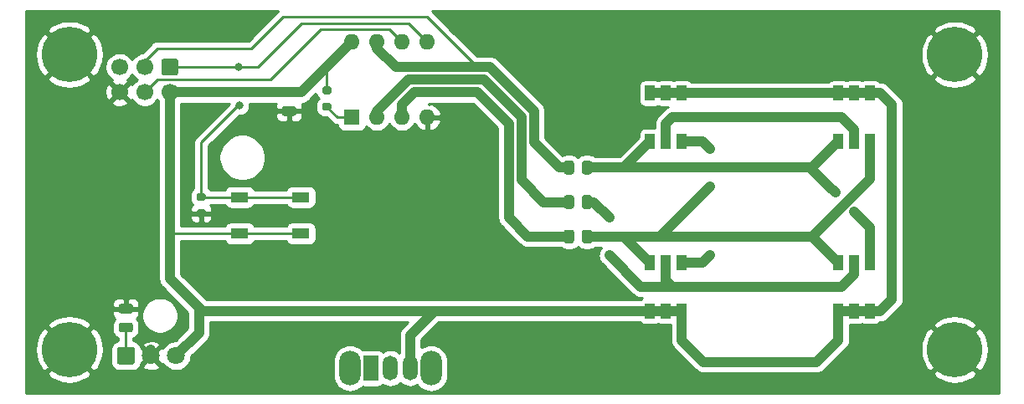
<source format=gbr>
%TF.GenerationSoftware,KiCad,Pcbnew,(5.1.7)-1*%
%TF.CreationDate,2020-11-19T15:51:39+01:00*%
%TF.ProjectId,Notifier,4e6f7469-6669-4657-922e-6b696361645f,rev?*%
%TF.SameCoordinates,Original*%
%TF.FileFunction,Copper,L1,Top*%
%TF.FilePolarity,Positive*%
%FSLAX46Y46*%
G04 Gerber Fmt 4.6, Leading zero omitted, Abs format (unit mm)*
G04 Created by KiCad (PCBNEW (5.1.7)-1) date 2020-11-19 15:51:39*
%MOMM*%
%LPD*%
G01*
G04 APERTURE LIST*
%TA.AperFunction,ComponentPad*%
%ADD10C,5.600000*%
%TD*%
%TA.AperFunction,ComponentPad*%
%ADD11C,1.800000*%
%TD*%
%TA.AperFunction,ComponentPad*%
%ADD12O,2.200000X3.500000*%
%TD*%
%TA.AperFunction,ComponentPad*%
%ADD13O,1.500000X2.500000*%
%TD*%
%TA.AperFunction,ComponentPad*%
%ADD14R,1.500000X2.500000*%
%TD*%
%TA.AperFunction,SMDPad,CuDef*%
%ADD15R,1.000000X1.500000*%
%TD*%
%TA.AperFunction,ComponentPad*%
%ADD16O,1.600000X1.600000*%
%TD*%
%TA.AperFunction,ComponentPad*%
%ADD17R,1.600000X1.600000*%
%TD*%
%TA.AperFunction,SMDPad,CuDef*%
%ADD18R,1.800000X1.100000*%
%TD*%
%TA.AperFunction,ComponentPad*%
%ADD19C,1.700000*%
%TD*%
%TA.AperFunction,ViaPad*%
%ADD20C,0.800000*%
%TD*%
%TA.AperFunction,Conductor*%
%ADD21C,0.250000*%
%TD*%
%TA.AperFunction,Conductor*%
%ADD22C,1.000000*%
%TD*%
%TA.AperFunction,Conductor*%
%ADD23C,0.254000*%
%TD*%
%TA.AperFunction,Conductor*%
%ADD24C,0.100000*%
%TD*%
G04 APERTURE END LIST*
D10*
%TO.P,H4,1*%
%TO.N,GND*%
X120015000Y-160020000D03*
%TD*%
%TO.P,H3,1*%
%TO.N,GND*%
X120015000Y-130175000D03*
%TD*%
%TO.P,H2,1*%
%TO.N,GND*%
X30480000Y-130175000D03*
%TD*%
%TO.P,H1,1*%
%TO.N,GND*%
X30480000Y-160020000D03*
%TD*%
%TO.P,C1,2*%
%TO.N,VCC*%
%TA.AperFunction,SMDPad,CuDef*%
G36*
G01*
X53180000Y-134490000D02*
X52230000Y-134490000D01*
G75*
G02*
X51980000Y-134240000I0J250000D01*
G01*
X51980000Y-133740000D01*
G75*
G02*
X52230000Y-133490000I250000J0D01*
G01*
X53180000Y-133490000D01*
G75*
G02*
X53430000Y-133740000I0J-250000D01*
G01*
X53430000Y-134240000D01*
G75*
G02*
X53180000Y-134490000I-250000J0D01*
G01*
G37*
%TD.AperFunction*%
%TO.P,C1,1*%
%TO.N,GND*%
%TA.AperFunction,SMDPad,CuDef*%
G36*
G01*
X53180000Y-136390000D02*
X52230000Y-136390000D01*
G75*
G02*
X51980000Y-136140000I0J250000D01*
G01*
X51980000Y-135640000D01*
G75*
G02*
X52230000Y-135390000I250000J0D01*
G01*
X53180000Y-135390000D01*
G75*
G02*
X53430000Y-135640000I0J-250000D01*
G01*
X53430000Y-136140000D01*
G75*
G02*
X53180000Y-136390000I-250000J0D01*
G01*
G37*
%TD.AperFunction*%
%TD*%
D11*
%TO.P,U2,3*%
%TO.N,VCC*%
X41275000Y-160655000D03*
%TO.P,U2,2*%
%TO.N,GND*%
X38735000Y-160655000D03*
%TO.P,U2,1*%
%TO.N,/IR_out*%
%TA.AperFunction,ComponentPad*%
G36*
G01*
X35295000Y-161306600D02*
X35295000Y-160003400D01*
G75*
G02*
X35543400Y-159755000I248400J0D01*
G01*
X36846600Y-159755000D01*
G75*
G02*
X37095000Y-160003400I0J-248400D01*
G01*
X37095000Y-161306600D01*
G75*
G02*
X36846600Y-161555000I-248400J0D01*
G01*
X35543400Y-161555000D01*
G75*
G02*
X35295000Y-161306600I0J248400D01*
G01*
G37*
%TD.AperFunction*%
%TD*%
D12*
%TO.P,ON/OFF,*%
%TO.N,*%
X67060000Y-161925000D03*
X58860000Y-161925000D03*
D13*
%TO.P,ON/OFF,3*%
%TO.N,VCC*%
X64960000Y-161925000D03*
%TO.P,ON/OFF,2*%
%TO.N,Net-(J1-Pad1)*%
X62960000Y-161925000D03*
D14*
%TO.P,ON/OFF,1*%
%TO.N,Net-(ON/OFF1-Pad1)*%
X60960000Y-161925000D03*
%TD*%
D15*
%TO.P,D1,1*%
%TO.N,VCC*%
X92405000Y-134075000D03*
%TO.P,D1,2*%
X90805000Y-134075000D03*
%TO.P,D1,3*%
X89205000Y-134075000D03*
%TO.P,D1,6*%
%TO.N,Net-(D1-Pad6)*%
X92405000Y-138975000D03*
%TO.P,D1,5*%
%TO.N,Net-(D1-Pad5)*%
X90805000Y-138975000D03*
%TO.P,D1,4*%
%TO.N,Net-(D1-Pad4)*%
X89205000Y-138975000D03*
%TD*%
%TO.P,D4,1*%
%TO.N,VCC*%
X108255000Y-156120000D03*
%TO.P,D4,2*%
X109855000Y-156120000D03*
%TO.P,D4,3*%
X111455000Y-156120000D03*
%TO.P,D4,6*%
%TO.N,Net-(D1-Pad6)*%
X108255000Y-151220000D03*
%TO.P,D4,5*%
%TO.N,Net-(D1-Pad5)*%
X109855000Y-151220000D03*
%TO.P,D4,4*%
%TO.N,Net-(D1-Pad4)*%
X111455000Y-151220000D03*
%TD*%
%TO.P,D2,1*%
%TO.N,VCC*%
X89205000Y-156120000D03*
%TO.P,D2,2*%
X90805000Y-156120000D03*
%TO.P,D2,3*%
X92405000Y-156120000D03*
%TO.P,D2,6*%
%TO.N,Net-(D1-Pad6)*%
X89205000Y-151220000D03*
%TO.P,D2,5*%
%TO.N,Net-(D1-Pad5)*%
X90805000Y-151220000D03*
%TO.P,D2,4*%
%TO.N,Net-(D1-Pad4)*%
X92405000Y-151220000D03*
%TD*%
%TO.P,D3,1*%
%TO.N,VCC*%
X111455000Y-134075000D03*
%TO.P,D3,2*%
X109855000Y-134075000D03*
%TO.P,D3,3*%
X108255000Y-134075000D03*
%TO.P,D3,6*%
%TO.N,Net-(D1-Pad6)*%
X111455000Y-138975000D03*
%TO.P,D3,5*%
%TO.N,Net-(D1-Pad5)*%
X109855000Y-138975000D03*
%TO.P,D3,4*%
%TO.N,Net-(D1-Pad4)*%
X108255000Y-138975000D03*
%TD*%
D16*
%TO.P,U1,8*%
%TO.N,VCC*%
X59055000Y-128905000D03*
%TO.P,U1,4*%
%TO.N,GND*%
X66675000Y-136525000D03*
%TO.P,U1,7*%
%TO.N,/LED_red*%
X61595000Y-128905000D03*
%TO.P,U1,3*%
%TO.N,/LED_blue*%
X64135000Y-136525000D03*
%TO.P,U1,6*%
%TO.N,/IR_out*%
X64135000Y-128905000D03*
%TO.P,U1,2*%
%TO.N,/LED_green*%
X61595000Y-136525000D03*
%TO.P,U1,5*%
%TO.N,/MOSI*%
X66675000Y-128905000D03*
D17*
%TO.P,U1,1*%
%TO.N,/!RST*%
X59055000Y-136525000D03*
%TD*%
D18*
%TO.P,SW1,2*%
%TO.N,VCC*%
X53900000Y-148290000D03*
X47700000Y-148290000D03*
%TO.P,SW1,1*%
%TO.N,/MOSI*%
X53900000Y-144590000D03*
X47700000Y-144590000D03*
%TD*%
%TO.P,R_red,2*%
%TO.N,/LED_red*%
%TA.AperFunction,SMDPad,CuDef*%
G36*
G01*
X81515000Y-141154999D02*
X81515000Y-142055001D01*
G75*
G02*
X81265001Y-142305000I-249999J0D01*
G01*
X80739999Y-142305000D01*
G75*
G02*
X80490000Y-142055001I0J249999D01*
G01*
X80490000Y-141154999D01*
G75*
G02*
X80739999Y-140905000I249999J0D01*
G01*
X81265001Y-140905000D01*
G75*
G02*
X81515000Y-141154999I0J-249999D01*
G01*
G37*
%TD.AperFunction*%
%TO.P,R_red,1*%
%TO.N,Net-(D1-Pad4)*%
%TA.AperFunction,SMDPad,CuDef*%
G36*
G01*
X83340000Y-141154999D02*
X83340000Y-142055001D01*
G75*
G02*
X83090001Y-142305000I-249999J0D01*
G01*
X82564999Y-142305000D01*
G75*
G02*
X82315000Y-142055001I0J249999D01*
G01*
X82315000Y-141154999D01*
G75*
G02*
X82564999Y-140905000I249999J0D01*
G01*
X83090001Y-140905000D01*
G75*
G02*
X83340000Y-141154999I0J-249999D01*
G01*
G37*
%TD.AperFunction*%
%TD*%
%TO.P,R_pu,2*%
%TO.N,/!RST*%
%TA.AperFunction,SMDPad,CuDef*%
G36*
G01*
X56240000Y-135045000D02*
X56790000Y-135045000D01*
G75*
G02*
X56990000Y-135245000I0J-200000D01*
G01*
X56990000Y-135645000D01*
G75*
G02*
X56790000Y-135845000I-200000J0D01*
G01*
X56240000Y-135845000D01*
G75*
G02*
X56040000Y-135645000I0J200000D01*
G01*
X56040000Y-135245000D01*
G75*
G02*
X56240000Y-135045000I200000J0D01*
G01*
G37*
%TD.AperFunction*%
%TO.P,R_pu,1*%
%TO.N,VCC*%
%TA.AperFunction,SMDPad,CuDef*%
G36*
G01*
X56240000Y-133395000D02*
X56790000Y-133395000D01*
G75*
G02*
X56990000Y-133595000I0J-200000D01*
G01*
X56990000Y-133995000D01*
G75*
G02*
X56790000Y-134195000I-200000J0D01*
G01*
X56240000Y-134195000D01*
G75*
G02*
X56040000Y-133995000I0J200000D01*
G01*
X56040000Y-133595000D01*
G75*
G02*
X56240000Y-133395000I200000J0D01*
G01*
G37*
%TD.AperFunction*%
%TD*%
%TO.P,R_pd,2*%
%TO.N,GND*%
%TA.AperFunction,SMDPad,CuDef*%
G36*
G01*
X43540000Y-145840000D02*
X44090000Y-145840000D01*
G75*
G02*
X44290000Y-146040000I0J-200000D01*
G01*
X44290000Y-146440000D01*
G75*
G02*
X44090000Y-146640000I-200000J0D01*
G01*
X43540000Y-146640000D01*
G75*
G02*
X43340000Y-146440000I0J200000D01*
G01*
X43340000Y-146040000D01*
G75*
G02*
X43540000Y-145840000I200000J0D01*
G01*
G37*
%TD.AperFunction*%
%TO.P,R_pd,1*%
%TO.N,/MOSI*%
%TA.AperFunction,SMDPad,CuDef*%
G36*
G01*
X43540000Y-144190000D02*
X44090000Y-144190000D01*
G75*
G02*
X44290000Y-144390000I0J-200000D01*
G01*
X44290000Y-144790000D01*
G75*
G02*
X44090000Y-144990000I-200000J0D01*
G01*
X43540000Y-144990000D01*
G75*
G02*
X43340000Y-144790000I0J200000D01*
G01*
X43340000Y-144390000D01*
G75*
G02*
X43540000Y-144190000I200000J0D01*
G01*
G37*
%TD.AperFunction*%
%TD*%
%TO.P,R_green,2*%
%TO.N,/LED_green*%
%TA.AperFunction,SMDPad,CuDef*%
G36*
G01*
X81515000Y-144647499D02*
X81515000Y-145547501D01*
G75*
G02*
X81265001Y-145797500I-249999J0D01*
G01*
X80739999Y-145797500D01*
G75*
G02*
X80490000Y-145547501I0J249999D01*
G01*
X80490000Y-144647499D01*
G75*
G02*
X80739999Y-144397500I249999J0D01*
G01*
X81265001Y-144397500D01*
G75*
G02*
X81515000Y-144647499I0J-249999D01*
G01*
G37*
%TD.AperFunction*%
%TO.P,R_green,1*%
%TO.N,Net-(D1-Pad5)*%
%TA.AperFunction,SMDPad,CuDef*%
G36*
G01*
X83340000Y-144647499D02*
X83340000Y-145547501D01*
G75*
G02*
X83090001Y-145797500I-249999J0D01*
G01*
X82564999Y-145797500D01*
G75*
G02*
X82315000Y-145547501I0J249999D01*
G01*
X82315000Y-144647499D01*
G75*
G02*
X82564999Y-144397500I249999J0D01*
G01*
X83090001Y-144397500D01*
G75*
G02*
X83340000Y-144647499I0J-249999D01*
G01*
G37*
%TD.AperFunction*%
%TD*%
%TO.P,R_blue,2*%
%TO.N,/LED_blue*%
%TA.AperFunction,SMDPad,CuDef*%
G36*
G01*
X81515000Y-148139999D02*
X81515000Y-149040001D01*
G75*
G02*
X81265001Y-149290000I-249999J0D01*
G01*
X80739999Y-149290000D01*
G75*
G02*
X80490000Y-149040001I0J249999D01*
G01*
X80490000Y-148139999D01*
G75*
G02*
X80739999Y-147890000I249999J0D01*
G01*
X81265001Y-147890000D01*
G75*
G02*
X81515000Y-148139999I0J-249999D01*
G01*
G37*
%TD.AperFunction*%
%TO.P,R_blue,1*%
%TO.N,Net-(D1-Pad6)*%
%TA.AperFunction,SMDPad,CuDef*%
G36*
G01*
X83340000Y-148139999D02*
X83340000Y-149040001D01*
G75*
G02*
X83090001Y-149290000I-249999J0D01*
G01*
X82564999Y-149290000D01*
G75*
G02*
X82315000Y-149040001I0J249999D01*
G01*
X82315000Y-148139999D01*
G75*
G02*
X82564999Y-147890000I249999J0D01*
G01*
X83090001Y-147890000D01*
G75*
G02*
X83340000Y-148139999I0J-249999D01*
G01*
G37*
%TD.AperFunction*%
%TD*%
%TO.P,J2,1*%
%TO.N,/MOSI*%
%TA.AperFunction,ComponentPad*%
G36*
G01*
X40040000Y-130595000D02*
X41240000Y-130595000D01*
G75*
G02*
X41490000Y-130845000I0J-250000D01*
G01*
X41490000Y-132045000D01*
G75*
G02*
X41240000Y-132295000I-250000J0D01*
G01*
X40040000Y-132295000D01*
G75*
G02*
X39790000Y-132045000I0J250000D01*
G01*
X39790000Y-130845000D01*
G75*
G02*
X40040000Y-130595000I250000J0D01*
G01*
G37*
%TD.AperFunction*%
D19*
%TO.P,J2,3*%
%TO.N,/LED_red*%
X38100000Y-131445000D03*
%TO.P,J2,5*%
%TO.N,/!RST*%
X35560000Y-131445000D03*
%TO.P,J2,2*%
%TO.N,VCC*%
X40640000Y-133985000D03*
%TO.P,J2,4*%
%TO.N,/IR_out*%
X38100000Y-133985000D03*
%TO.P,J2,6*%
%TO.N,GND*%
X35560000Y-133985000D03*
%TD*%
%TO.P,C2,2*%
%TO.N,GND*%
%TA.AperFunction,SMDPad,CuDef*%
G36*
G01*
X36670000Y-156395000D02*
X35720000Y-156395000D01*
G75*
G02*
X35470000Y-156145000I0J250000D01*
G01*
X35470000Y-155645000D01*
G75*
G02*
X35720000Y-155395000I250000J0D01*
G01*
X36670000Y-155395000D01*
G75*
G02*
X36920000Y-155645000I0J-250000D01*
G01*
X36920000Y-156145000D01*
G75*
G02*
X36670000Y-156395000I-250000J0D01*
G01*
G37*
%TD.AperFunction*%
%TO.P,C2,1*%
%TO.N,/IR_out*%
%TA.AperFunction,SMDPad,CuDef*%
G36*
G01*
X36670000Y-158295000D02*
X35720000Y-158295000D01*
G75*
G02*
X35470000Y-158045000I0J250000D01*
G01*
X35470000Y-157545000D01*
G75*
G02*
X35720000Y-157295000I250000J0D01*
G01*
X36670000Y-157295000D01*
G75*
G02*
X36920000Y-157545000I0J-250000D01*
G01*
X36920000Y-158045000D01*
G75*
G02*
X36670000Y-158295000I-250000J0D01*
G01*
G37*
%TD.AperFunction*%
%TD*%
D20*
%TO.N,GND*%
X66675000Y-139700000D03*
X67945000Y-139700000D03*
X67945000Y-140970000D03*
X66675000Y-140970000D03*
X52070000Y-160655000D03*
X53340000Y-160655000D03*
X53340000Y-161925000D03*
X52070000Y-161925000D03*
X79375000Y-153035000D03*
X79375000Y-151765000D03*
X78105000Y-151765000D03*
X78105000Y-153035000D03*
X113030000Y-160020000D03*
X113030000Y-161290000D03*
X114300000Y-161290000D03*
X114300000Y-160020000D03*
X82550000Y-135890000D03*
X83820000Y-135890000D03*
X83820000Y-137160000D03*
X82550000Y-137160000D03*
X33655000Y-135890000D03*
X33655000Y-137160000D03*
X32385000Y-137160000D03*
X32385000Y-135890000D03*
%TO.N,/MOSI*%
X47700000Y-135330000D03*
X47625000Y-131445000D03*
%TO.N,Net-(D1-Pad6)*%
X95250000Y-139700000D03*
X95250000Y-143510000D03*
%TO.N,Net-(D1-Pad5)*%
X85090000Y-146685000D03*
X85090000Y-150495000D03*
X100330000Y-136525000D03*
%TO.N,Net-(D1-Pad4)*%
X109855000Y-146050000D03*
X107950000Y-144145000D03*
X95250000Y-150495000D03*
%TD*%
D21*
%TO.N,/IR_out*%
X62865000Y-127635000D02*
X64135000Y-128905000D01*
X55880000Y-127635000D02*
X62865000Y-127635000D01*
X50800000Y-132715000D02*
X55880000Y-127635000D01*
X39370000Y-132715000D02*
X50800000Y-132715000D01*
X38100000Y-133985000D02*
X39370000Y-132715000D01*
D22*
%TO.N,VCC*%
X89205000Y-134075000D02*
X90805000Y-134075000D01*
X90805000Y-134075000D02*
X92405000Y-134075000D01*
X92405000Y-134075000D02*
X111455000Y-134075000D01*
X111455000Y-134075000D02*
X112485000Y-134075000D01*
X112485000Y-134075000D02*
X113665000Y-135255000D01*
X113665000Y-135255000D02*
X113665000Y-154940000D01*
X112485000Y-156120000D02*
X111455000Y-156120000D01*
X113665000Y-154940000D02*
X112485000Y-156120000D01*
X89205000Y-156120000D02*
X67400000Y-156120000D01*
X64960000Y-158560000D02*
X64960000Y-161925000D01*
X67400000Y-156120000D02*
X64960000Y-158560000D01*
X40730000Y-134075000D02*
X40640000Y-133985000D01*
X40640000Y-133985000D02*
X53975000Y-133985000D01*
D21*
X56515000Y-133795000D02*
X56515000Y-131445000D01*
D22*
X56515000Y-131445000D02*
X59055000Y-128905000D01*
X53975000Y-133985000D02*
X56515000Y-131445000D01*
X67400000Y-156120000D02*
X43905000Y-156120000D01*
X92405000Y-156120000D02*
X89205000Y-156120000D01*
X108255000Y-156120000D02*
X111455000Y-156120000D01*
X108255000Y-156120000D02*
X108255000Y-159080000D01*
X108255000Y-159080000D02*
X106045000Y-161290000D01*
X106045000Y-161290000D02*
X94615000Y-161290000D01*
X92405000Y-159080000D02*
X92405000Y-156120000D01*
X94615000Y-161290000D02*
X92405000Y-159080000D01*
D21*
%TO.N,/!RST*%
X57595000Y-136525000D02*
X56515000Y-135445000D01*
X59055000Y-136525000D02*
X57595000Y-136525000D01*
D22*
%TO.N,/LED_red*%
X61595000Y-128905000D02*
X61595000Y-129540000D01*
X61595000Y-129540000D02*
X63500000Y-131445000D01*
X73025000Y-131445000D02*
X77470000Y-135890000D01*
X77470000Y-135890000D02*
X77470000Y-139065000D01*
X80010000Y-141605000D02*
X81002500Y-141605000D01*
X77470000Y-139065000D02*
X80010000Y-141605000D01*
X71755000Y-131445000D02*
X73025000Y-131445000D01*
X63500000Y-131445000D02*
X71755000Y-131445000D01*
D21*
X71120000Y-130810000D02*
X71755000Y-131445000D01*
X38100000Y-131445000D02*
X38100000Y-130810000D01*
X66675000Y-126365000D02*
X71120000Y-130810000D01*
%TO.N,/MOSI*%
X64770000Y-127000000D02*
X66675000Y-128905000D01*
X53975000Y-127000000D02*
X64770000Y-127000000D01*
X49530000Y-131445000D02*
X53975000Y-127000000D01*
X40640000Y-131445000D02*
X47625000Y-131445000D01*
%TO.N,VCC*%
X53955000Y-148590000D02*
X53900000Y-148535000D01*
X40695000Y-148535000D02*
X40640000Y-148590000D01*
D22*
X40640000Y-148590000D02*
X40640000Y-152855000D01*
D21*
X53900000Y-148290000D02*
X47700000Y-148290000D01*
X40975000Y-148290000D02*
X40640000Y-147955000D01*
X47700000Y-148290000D02*
X40975000Y-148290000D01*
D22*
X40640000Y-147955000D02*
X40640000Y-148590000D01*
X40640000Y-133985000D02*
X40640000Y-147955000D01*
%TO.N,GND*%
X38735000Y-160655000D02*
X38735000Y-160020000D01*
D21*
%TO.N,/IR_out*%
X36195000Y-160655000D02*
X36195000Y-157795000D01*
D22*
%TO.N,VCC*%
X43587500Y-155802500D02*
X43905000Y-156120000D01*
X40640000Y-152855000D02*
X43587500Y-155802500D01*
X43587500Y-158342500D02*
X41275000Y-160655000D01*
X43587500Y-155802500D02*
X43587500Y-158342500D01*
D21*
%TO.N,/LED_red*%
X38100000Y-130810000D02*
X39370000Y-129540000D01*
X48895000Y-129540000D02*
X52070000Y-126365000D01*
X39370000Y-129540000D02*
X48895000Y-129540000D01*
X52070000Y-126365000D02*
X66675000Y-126365000D01*
%TO.N,/MOSI*%
X47700000Y-135330000D02*
X47700000Y-135330000D01*
X47625000Y-131445000D02*
X49530000Y-131445000D01*
X47700000Y-135330000D02*
X47550000Y-135330000D01*
X47550000Y-135330000D02*
X43815000Y-139065000D01*
X43815000Y-139065000D02*
X43815000Y-140950000D01*
X43815000Y-140950000D02*
X43815000Y-144590000D01*
X47455000Y-144590000D02*
X47700000Y-144835000D01*
X53900000Y-144590000D02*
X47700000Y-144590000D01*
X47700000Y-144590000D02*
X43815000Y-144590000D01*
D22*
%TO.N,/LED_blue*%
X64135000Y-136525000D02*
X64135000Y-135255000D01*
X64135000Y-135255000D02*
X65405000Y-133985000D01*
X65405000Y-133985000D02*
X71755000Y-133985000D01*
X71755000Y-133985000D02*
X74930000Y-137160000D01*
X74930000Y-137160000D02*
X74930000Y-146685000D01*
X76835000Y-148590000D02*
X81002500Y-148590000D01*
X74930000Y-146685000D02*
X76835000Y-148590000D01*
%TO.N,/LED_green*%
X61595000Y-136525000D02*
X61595000Y-135890000D01*
X61595000Y-135890000D02*
X64770000Y-132715000D01*
X64770000Y-132715000D02*
X72390000Y-132715000D01*
X72390000Y-132715000D02*
X76200000Y-136525000D01*
X76200000Y-136525000D02*
X76200000Y-142875000D01*
X78422500Y-145097500D02*
X81002500Y-145097500D01*
X76200000Y-142875000D02*
X78422500Y-145097500D01*
%TO.N,Net-(D1-Pad6)*%
X86575000Y-148590000D02*
X89205000Y-151220000D01*
X82827500Y-148590000D02*
X86575000Y-148590000D01*
X105625000Y-148590000D02*
X108255000Y-151220000D01*
X111455000Y-142760000D02*
X105625000Y-148590000D01*
X111455000Y-138975000D02*
X111455000Y-142760000D01*
X92405000Y-138975000D02*
X94525000Y-138975000D01*
X94525000Y-138975000D02*
X95250000Y-139700000D01*
X95250000Y-139700000D02*
X95250000Y-139700000D01*
X95250000Y-148590000D02*
X105625000Y-148590000D01*
X95250000Y-143510000D02*
X90170000Y-148590000D01*
X90170000Y-148590000D02*
X95250000Y-148590000D01*
X86575000Y-148590000D02*
X90170000Y-148590000D01*
%TO.N,Net-(D1-Pad5)*%
X90805000Y-151220000D02*
X90805000Y-153035000D01*
X90805000Y-153035000D02*
X91440000Y-153670000D01*
X91440000Y-153670000D02*
X108585000Y-153670000D01*
X109855000Y-152400000D02*
X109855000Y-151220000D01*
X108585000Y-153670000D02*
X109855000Y-152400000D01*
X90805000Y-138975000D02*
X90805000Y-137160000D01*
X90805000Y-137160000D02*
X91440000Y-136525000D01*
X91440000Y-136525000D02*
X108585000Y-136525000D01*
X109855000Y-137795000D02*
X109855000Y-138975000D01*
X108585000Y-136525000D02*
X109855000Y-137795000D01*
X91440000Y-153670000D02*
X88265000Y-153670000D01*
X88265000Y-153670000D02*
X85090000Y-150495000D01*
X85090000Y-150495000D02*
X85090000Y-150495000D01*
X83502500Y-145097500D02*
X85090000Y-146685000D01*
X82827500Y-145097500D02*
X83502500Y-145097500D01*
%TO.N,Net-(D1-Pad4)*%
X86575000Y-141605000D02*
X89205000Y-138975000D01*
X82827500Y-141605000D02*
X86575000Y-141605000D01*
X105625000Y-141605000D02*
X108255000Y-138975000D01*
X86575000Y-141605000D02*
X105625000Y-141605000D01*
X105625000Y-141605000D02*
X105625000Y-141820000D01*
X105625000Y-141820000D02*
X107315000Y-143510000D01*
X107315000Y-143510000D02*
X107315000Y-143510000D01*
X107315000Y-143510000D02*
X107950000Y-144145000D01*
X111455000Y-147650000D02*
X109858535Y-146053535D01*
X111455000Y-151220000D02*
X111455000Y-147650000D01*
X92405000Y-151220000D02*
X94525000Y-151220000D01*
X94525000Y-151220000D02*
X95250000Y-150495000D01*
X95250000Y-150495000D02*
X95250000Y-150495000D01*
%TD*%
D23*
%TO.N,GND*%
X51562083Y-125798668D02*
X51529999Y-125824999D01*
X51506201Y-125853997D01*
X48580199Y-128780000D01*
X39407322Y-128780000D01*
X39369999Y-128776324D01*
X39332676Y-128780000D01*
X39332667Y-128780000D01*
X39221014Y-128790997D01*
X39077753Y-128834454D01*
X38945724Y-128905026D01*
X38829999Y-128999999D01*
X38806201Y-129028997D01*
X37855697Y-129979502D01*
X37666842Y-130017068D01*
X37396589Y-130129010D01*
X37153368Y-130291525D01*
X36946525Y-130498368D01*
X36830000Y-130672760D01*
X36713475Y-130498368D01*
X36506632Y-130291525D01*
X36263411Y-130129010D01*
X35993158Y-130017068D01*
X35706260Y-129960000D01*
X35413740Y-129960000D01*
X35126842Y-130017068D01*
X34856589Y-130129010D01*
X34613368Y-130291525D01*
X34406525Y-130498368D01*
X34244010Y-130741589D01*
X34132068Y-131011842D01*
X34075000Y-131298740D01*
X34075000Y-131591260D01*
X34132068Y-131878158D01*
X34244010Y-132148411D01*
X34406525Y-132391632D01*
X34613368Y-132598475D01*
X34786729Y-132714311D01*
X34711208Y-132956603D01*
X35560000Y-133805395D01*
X36408792Y-132956603D01*
X36333271Y-132714311D01*
X36506632Y-132598475D01*
X36713475Y-132391632D01*
X36830000Y-132217240D01*
X36946525Y-132391632D01*
X37153368Y-132598475D01*
X37327760Y-132715000D01*
X37153368Y-132831525D01*
X36946525Y-133038368D01*
X36830689Y-133211729D01*
X36588397Y-133136208D01*
X35739605Y-133985000D01*
X36588397Y-134833792D01*
X36830689Y-134758271D01*
X36946525Y-134931632D01*
X37153368Y-135138475D01*
X37396589Y-135300990D01*
X37666842Y-135412932D01*
X37953740Y-135470000D01*
X38246260Y-135470000D01*
X38533158Y-135412932D01*
X38803411Y-135300990D01*
X39046632Y-135138475D01*
X39253475Y-134931632D01*
X39370000Y-134757240D01*
X39486525Y-134931632D01*
X39505000Y-134950107D01*
X39505001Y-147899239D01*
X39505000Y-147899249D01*
X39505000Y-148534249D01*
X39505001Y-152799239D01*
X39499509Y-152855000D01*
X39521423Y-153077498D01*
X39586324Y-153291446D01*
X39586325Y-153291447D01*
X39691717Y-153488623D01*
X39833552Y-153661449D01*
X39876860Y-153696991D01*
X42452500Y-156272632D01*
X42452501Y-157872367D01*
X41204869Y-159120000D01*
X41123816Y-159120000D01*
X40827257Y-159178989D01*
X40547905Y-159294701D01*
X40296495Y-159462688D01*
X40082688Y-159676495D01*
X39980049Y-159830105D01*
X39799080Y-159770525D01*
X38914605Y-160655000D01*
X39799080Y-161539475D01*
X39980049Y-161479895D01*
X40082688Y-161633505D01*
X40296495Y-161847312D01*
X40547905Y-162015299D01*
X40827257Y-162131011D01*
X41123816Y-162190000D01*
X41426184Y-162190000D01*
X41722743Y-162131011D01*
X42002095Y-162015299D01*
X42253505Y-161847312D01*
X42467312Y-161633505D01*
X42635299Y-161382095D01*
X42751011Y-161102743D01*
X42810000Y-160806184D01*
X42810000Y-160725131D01*
X44350641Y-159184491D01*
X44393949Y-159148949D01*
X44535784Y-158976123D01*
X44641176Y-158778947D01*
X44706077Y-158564999D01*
X44722500Y-158398252D01*
X44727991Y-158342500D01*
X44722500Y-158286748D01*
X44722500Y-157255000D01*
X64659869Y-157255000D01*
X64196865Y-157718004D01*
X64153551Y-157753551D01*
X64011716Y-157926377D01*
X63921901Y-158094412D01*
X63906324Y-158123554D01*
X63841423Y-158337502D01*
X63819509Y-158560000D01*
X63825000Y-158615752D01*
X63825001Y-160343193D01*
X63733187Y-160267843D01*
X63492580Y-160139236D01*
X63231506Y-160060040D01*
X62960000Y-160033299D01*
X62688493Y-160060040D01*
X62427419Y-160139236D01*
X62194114Y-160263940D01*
X62161185Y-160223815D01*
X62064494Y-160144463D01*
X61954180Y-160085498D01*
X61834482Y-160049188D01*
X61710000Y-160036928D01*
X60210000Y-160036928D01*
X60097504Y-160048008D01*
X60092766Y-160042234D01*
X59828577Y-159825421D01*
X59527167Y-159664314D01*
X59200118Y-159565105D01*
X58860000Y-159531606D01*
X58519881Y-159565105D01*
X58192832Y-159664314D01*
X57891422Y-159825421D01*
X57627234Y-160042234D01*
X57410421Y-160306423D01*
X57249314Y-160607833D01*
X57150105Y-160934882D01*
X57125000Y-161189776D01*
X57125000Y-162660225D01*
X57150105Y-162915119D01*
X57249315Y-163242168D01*
X57410422Y-163543578D01*
X57627235Y-163807766D01*
X57891423Y-164024579D01*
X58192833Y-164185686D01*
X58519882Y-164284895D01*
X58860000Y-164318394D01*
X59200119Y-164284895D01*
X59527168Y-164185686D01*
X59828578Y-164024579D01*
X60092766Y-163807766D01*
X60097504Y-163801992D01*
X60210000Y-163813072D01*
X61710000Y-163813072D01*
X61834482Y-163800812D01*
X61954180Y-163764502D01*
X62064494Y-163705537D01*
X62161185Y-163626185D01*
X62194115Y-163586060D01*
X62427420Y-163710764D01*
X62688494Y-163789960D01*
X62960000Y-163816701D01*
X63231507Y-163789960D01*
X63492581Y-163710764D01*
X63733188Y-163582157D01*
X63944081Y-163409081D01*
X63960000Y-163389683D01*
X63975920Y-163409081D01*
X64186813Y-163582157D01*
X64427420Y-163710764D01*
X64688494Y-163789960D01*
X64960000Y-163816701D01*
X65231507Y-163789960D01*
X65492581Y-163710764D01*
X65669862Y-163616006D01*
X65827235Y-163807766D01*
X66091423Y-164024579D01*
X66392833Y-164185686D01*
X66719882Y-164284895D01*
X67060000Y-164318394D01*
X67400119Y-164284895D01*
X67727168Y-164185686D01*
X68028578Y-164024579D01*
X68292766Y-163807766D01*
X68509579Y-163543578D01*
X68670686Y-163242168D01*
X68769895Y-162915119D01*
X68795000Y-162660225D01*
X68795000Y-162436481D01*
X117778124Y-162436481D01*
X118090308Y-162885177D01*
X118686259Y-163205612D01*
X119333273Y-163403626D01*
X120006484Y-163471610D01*
X120680023Y-163406949D01*
X121328006Y-163212130D01*
X121925530Y-162894639D01*
X121939692Y-162885177D01*
X122251876Y-162436481D01*
X120015000Y-160199605D01*
X117778124Y-162436481D01*
X68795000Y-162436481D01*
X68795000Y-161189775D01*
X68769895Y-160934881D01*
X68670686Y-160607832D01*
X68509579Y-160306422D01*
X68292766Y-160042234D01*
X68028577Y-159825421D01*
X67727167Y-159664314D01*
X67400118Y-159565105D01*
X67060000Y-159531606D01*
X66719881Y-159565105D01*
X66392832Y-159664314D01*
X66095000Y-159823509D01*
X66095000Y-159030131D01*
X67870132Y-157255000D01*
X88199499Y-157255000D01*
X88253815Y-157321185D01*
X88350506Y-157400537D01*
X88460820Y-157459502D01*
X88580518Y-157495812D01*
X88705000Y-157508072D01*
X89705000Y-157508072D01*
X89829482Y-157495812D01*
X89949180Y-157459502D01*
X90005000Y-157429665D01*
X90060820Y-157459502D01*
X90180518Y-157495812D01*
X90305000Y-157508072D01*
X91270001Y-157508072D01*
X91270000Y-159024248D01*
X91264509Y-159080000D01*
X91270000Y-159135751D01*
X91286423Y-159302498D01*
X91351324Y-159516446D01*
X91456716Y-159713623D01*
X91598551Y-159886449D01*
X91641865Y-159921996D01*
X93773009Y-162053141D01*
X93808551Y-162096449D01*
X93981377Y-162238284D01*
X94178553Y-162343676D01*
X94392501Y-162408577D01*
X94615000Y-162430491D01*
X94670751Y-162425000D01*
X105989249Y-162425000D01*
X106045000Y-162430491D01*
X106100751Y-162425000D01*
X106100752Y-162425000D01*
X106267499Y-162408577D01*
X106481447Y-162343676D01*
X106678623Y-162238284D01*
X106851449Y-162096449D01*
X106886996Y-162053135D01*
X108928647Y-160011484D01*
X116563390Y-160011484D01*
X116628051Y-160685023D01*
X116822870Y-161333006D01*
X117140361Y-161930530D01*
X117149823Y-161944692D01*
X117598519Y-162256876D01*
X119835395Y-160020000D01*
X120194605Y-160020000D01*
X122431481Y-162256876D01*
X122880177Y-161944692D01*
X123200612Y-161348741D01*
X123398626Y-160701727D01*
X123466610Y-160028516D01*
X123401949Y-159354977D01*
X123207130Y-158706994D01*
X122889639Y-158109470D01*
X122880177Y-158095308D01*
X122431481Y-157783124D01*
X120194605Y-160020000D01*
X119835395Y-160020000D01*
X117598519Y-157783124D01*
X117149823Y-158095308D01*
X116829388Y-158691259D01*
X116631374Y-159338273D01*
X116563390Y-160011484D01*
X108928647Y-160011484D01*
X109018141Y-159921991D01*
X109061449Y-159886449D01*
X109203284Y-159713623D01*
X109308676Y-159516447D01*
X109373577Y-159302499D01*
X109390000Y-159135752D01*
X109390000Y-159135751D01*
X109395491Y-159080000D01*
X109390000Y-159024249D01*
X109390000Y-157603519D01*
X117778124Y-157603519D01*
X120015000Y-159840395D01*
X122251876Y-157603519D01*
X121939692Y-157154823D01*
X121343741Y-156834388D01*
X120696727Y-156636374D01*
X120023516Y-156568390D01*
X119349977Y-156633051D01*
X118701994Y-156827870D01*
X118104470Y-157145361D01*
X118090308Y-157154823D01*
X117778124Y-157603519D01*
X109390000Y-157603519D01*
X109390000Y-157508072D01*
X110355000Y-157508072D01*
X110479482Y-157495812D01*
X110599180Y-157459502D01*
X110655000Y-157429665D01*
X110710820Y-157459502D01*
X110830518Y-157495812D01*
X110955000Y-157508072D01*
X111955000Y-157508072D01*
X112079482Y-157495812D01*
X112199180Y-157459502D01*
X112309494Y-157400537D01*
X112406185Y-157321185D01*
X112458164Y-157257848D01*
X112485000Y-157260491D01*
X112540751Y-157255000D01*
X112540752Y-157255000D01*
X112707499Y-157238577D01*
X112921447Y-157173676D01*
X113118623Y-157068284D01*
X113291449Y-156926449D01*
X113326996Y-156883135D01*
X114428140Y-155781992D01*
X114471449Y-155746449D01*
X114613284Y-155573623D01*
X114718676Y-155376447D01*
X114783577Y-155162499D01*
X114800000Y-154995752D01*
X114805491Y-154940001D01*
X114800000Y-154884249D01*
X114800000Y-135310751D01*
X114805491Y-135254999D01*
X114783577Y-135032501D01*
X114718676Y-134818553D01*
X114697744Y-134779392D01*
X114613284Y-134621377D01*
X114471449Y-134448551D01*
X114428140Y-134413008D01*
X113326996Y-133311865D01*
X113291449Y-133268551D01*
X113118623Y-133126716D01*
X112921447Y-133021324D01*
X112707499Y-132956423D01*
X112540752Y-132940000D01*
X112540751Y-132940000D01*
X112485000Y-132934509D01*
X112458164Y-132937152D01*
X112406185Y-132873815D01*
X112309494Y-132794463D01*
X112199180Y-132735498D01*
X112079482Y-132699188D01*
X111955000Y-132686928D01*
X110955000Y-132686928D01*
X110830518Y-132699188D01*
X110710820Y-132735498D01*
X110655000Y-132765335D01*
X110599180Y-132735498D01*
X110479482Y-132699188D01*
X110355000Y-132686928D01*
X109355000Y-132686928D01*
X109230518Y-132699188D01*
X109110820Y-132735498D01*
X109055000Y-132765335D01*
X108999180Y-132735498D01*
X108879482Y-132699188D01*
X108755000Y-132686928D01*
X107755000Y-132686928D01*
X107630518Y-132699188D01*
X107510820Y-132735498D01*
X107400506Y-132794463D01*
X107303815Y-132873815D01*
X107249499Y-132940000D01*
X93410501Y-132940000D01*
X93356185Y-132873815D01*
X93259494Y-132794463D01*
X93149180Y-132735498D01*
X93029482Y-132699188D01*
X92905000Y-132686928D01*
X91905000Y-132686928D01*
X91780518Y-132699188D01*
X91660820Y-132735498D01*
X91605000Y-132765335D01*
X91549180Y-132735498D01*
X91429482Y-132699188D01*
X91305000Y-132686928D01*
X90305000Y-132686928D01*
X90180518Y-132699188D01*
X90060820Y-132735498D01*
X90005000Y-132765335D01*
X89949180Y-132735498D01*
X89829482Y-132699188D01*
X89705000Y-132686928D01*
X88705000Y-132686928D01*
X88580518Y-132699188D01*
X88460820Y-132735498D01*
X88350506Y-132794463D01*
X88253815Y-132873815D01*
X88174463Y-132970506D01*
X88115498Y-133080820D01*
X88079188Y-133200518D01*
X88066928Y-133325000D01*
X88066928Y-134050439D01*
X88064509Y-134075000D01*
X88066928Y-134099561D01*
X88066928Y-134825000D01*
X88079188Y-134949482D01*
X88115498Y-135069180D01*
X88174463Y-135179494D01*
X88253815Y-135276185D01*
X88350506Y-135355537D01*
X88460820Y-135414502D01*
X88580518Y-135450812D01*
X88705000Y-135463072D01*
X89705000Y-135463072D01*
X89829482Y-135450812D01*
X89949180Y-135414502D01*
X90005000Y-135384665D01*
X90060820Y-135414502D01*
X90180518Y-135450812D01*
X90305000Y-135463072D01*
X91030756Y-135463072D01*
X91003553Y-135471324D01*
X90806377Y-135576716D01*
X90633551Y-135718551D01*
X90598008Y-135761860D01*
X90041860Y-136318009D01*
X89998552Y-136353551D01*
X89856717Y-136526377D01*
X89827654Y-136580751D01*
X89751324Y-136723554D01*
X89686423Y-136937502D01*
X89664509Y-137160000D01*
X89670000Y-137215751D01*
X89670000Y-137586928D01*
X88705000Y-137586928D01*
X88580518Y-137599188D01*
X88460820Y-137635498D01*
X88350506Y-137694463D01*
X88253815Y-137773815D01*
X88174463Y-137870506D01*
X88115498Y-137980820D01*
X88079188Y-138100518D01*
X88066928Y-138225000D01*
X88066928Y-138507939D01*
X86104869Y-140470000D01*
X83648461Y-140470000D01*
X83583387Y-140416595D01*
X83429851Y-140334528D01*
X83263255Y-140283992D01*
X83090001Y-140266928D01*
X82564999Y-140266928D01*
X82391745Y-140283992D01*
X82225149Y-140334528D01*
X82071613Y-140416595D01*
X81937038Y-140527038D01*
X81915000Y-140553891D01*
X81892962Y-140527038D01*
X81758387Y-140416595D01*
X81604851Y-140334528D01*
X81438255Y-140283992D01*
X81265001Y-140266928D01*
X80739999Y-140266928D01*
X80566745Y-140283992D01*
X80400149Y-140334528D01*
X80363988Y-140353856D01*
X78605000Y-138594869D01*
X78605000Y-135945741D01*
X78610490Y-135889999D01*
X78605000Y-135834257D01*
X78605000Y-135834248D01*
X78588577Y-135667501D01*
X78523676Y-135453553D01*
X78418284Y-135256377D01*
X78276449Y-135083551D01*
X78233141Y-135048009D01*
X75776613Y-132591481D01*
X117778124Y-132591481D01*
X118090308Y-133040177D01*
X118686259Y-133360612D01*
X119333273Y-133558626D01*
X120006484Y-133626610D01*
X120680023Y-133561949D01*
X121328006Y-133367130D01*
X121925530Y-133049639D01*
X121939692Y-133040177D01*
X122251876Y-132591481D01*
X120015000Y-130354605D01*
X117778124Y-132591481D01*
X75776613Y-132591481D01*
X73866996Y-130681865D01*
X73831449Y-130638551D01*
X73658623Y-130496716D01*
X73461447Y-130391324D01*
X73247499Y-130326423D01*
X73080752Y-130310000D01*
X73080751Y-130310000D01*
X73025000Y-130304509D01*
X72969249Y-130310000D01*
X71694801Y-130310000D01*
X71683803Y-130299002D01*
X71683799Y-130298997D01*
X71551286Y-130166484D01*
X116563390Y-130166484D01*
X116628051Y-130840023D01*
X116822870Y-131488006D01*
X117140361Y-132085530D01*
X117149823Y-132099692D01*
X117598519Y-132411876D01*
X119835395Y-130175000D01*
X120194605Y-130175000D01*
X122431481Y-132411876D01*
X122880177Y-132099692D01*
X123200612Y-131503741D01*
X123398626Y-130856727D01*
X123466610Y-130183516D01*
X123401949Y-129509977D01*
X123207130Y-128861994D01*
X122889639Y-128264470D01*
X122880177Y-128250308D01*
X122431481Y-127938124D01*
X120194605Y-130175000D01*
X119835395Y-130175000D01*
X117598519Y-127938124D01*
X117149823Y-128250308D01*
X116829388Y-128846259D01*
X116631374Y-129493273D01*
X116563390Y-130166484D01*
X71551286Y-130166484D01*
X69143321Y-127758519D01*
X117778124Y-127758519D01*
X120015000Y-129995395D01*
X122251876Y-127758519D01*
X121939692Y-127309823D01*
X121343741Y-126989388D01*
X120696727Y-126791374D01*
X120023516Y-126723390D01*
X119349977Y-126788051D01*
X118701994Y-126982870D01*
X118104470Y-127300361D01*
X118090308Y-127309823D01*
X117778124Y-127758519D01*
X69143321Y-127758519D01*
X67238804Y-125854003D01*
X67215001Y-125824999D01*
X67129707Y-125755000D01*
X124435000Y-125755000D01*
X124435001Y-164440000D01*
X26060000Y-164440000D01*
X26060000Y-162436481D01*
X28243124Y-162436481D01*
X28555308Y-162885177D01*
X29151259Y-163205612D01*
X29798273Y-163403626D01*
X30471484Y-163471610D01*
X31145023Y-163406949D01*
X31793006Y-163212130D01*
X32390530Y-162894639D01*
X32404692Y-162885177D01*
X32716876Y-162436481D01*
X30480000Y-160199605D01*
X28243124Y-162436481D01*
X26060000Y-162436481D01*
X26060000Y-160011484D01*
X27028390Y-160011484D01*
X27093051Y-160685023D01*
X27287870Y-161333006D01*
X27605361Y-161930530D01*
X27614823Y-161944692D01*
X28063519Y-162256876D01*
X30300395Y-160020000D01*
X30659605Y-160020000D01*
X32896481Y-162256876D01*
X33345177Y-161944692D01*
X33665612Y-161348741D01*
X33863626Y-160701727D01*
X33931610Y-160028516D01*
X33929199Y-160003400D01*
X34656928Y-160003400D01*
X34656928Y-161306600D01*
X34673961Y-161479542D01*
X34724407Y-161645838D01*
X34806325Y-161799097D01*
X34916570Y-161933430D01*
X35050903Y-162043675D01*
X35204162Y-162125593D01*
X35370458Y-162176039D01*
X35543400Y-162193072D01*
X36846600Y-162193072D01*
X37019542Y-162176039D01*
X37185838Y-162125593D01*
X37339097Y-162043675D01*
X37473430Y-161933430D01*
X37583675Y-161799097D01*
X37626444Y-161719080D01*
X37850525Y-161719080D01*
X37934208Y-161973261D01*
X38206775Y-162104158D01*
X38499642Y-162179365D01*
X38801553Y-162195991D01*
X39100907Y-162153397D01*
X39386199Y-162053222D01*
X39535792Y-161973261D01*
X39619475Y-161719080D01*
X38735000Y-160834605D01*
X37850525Y-161719080D01*
X37626444Y-161719080D01*
X37665593Y-161645838D01*
X37709588Y-161500807D01*
X38555395Y-160655000D01*
X37709588Y-159809193D01*
X37665593Y-159664162D01*
X37626445Y-159590920D01*
X37850525Y-159590920D01*
X38735000Y-160475395D01*
X39619475Y-159590920D01*
X39535792Y-159336739D01*
X39263225Y-159205842D01*
X38970358Y-159130635D01*
X38668447Y-159114009D01*
X38369093Y-159156603D01*
X38083801Y-159256778D01*
X37934208Y-159336739D01*
X37850525Y-159590920D01*
X37626445Y-159590920D01*
X37583675Y-159510903D01*
X37473430Y-159376570D01*
X37339097Y-159266325D01*
X37185838Y-159184407D01*
X37019542Y-159133961D01*
X36955000Y-159127604D01*
X36955000Y-158882110D01*
X37009850Y-158865472D01*
X37163386Y-158783405D01*
X37297962Y-158672962D01*
X37408405Y-158538386D01*
X37490472Y-158384850D01*
X37541008Y-158218254D01*
X37558072Y-158045000D01*
X37558072Y-157545000D01*
X37541008Y-157371746D01*
X37490472Y-157205150D01*
X37408405Y-157051614D01*
X37297962Y-156917038D01*
X37291406Y-156911658D01*
X37371185Y-156846185D01*
X37450537Y-156749494D01*
X37509502Y-156639180D01*
X37545812Y-156519482D01*
X37556618Y-156409761D01*
X37805000Y-156409761D01*
X37805000Y-156770239D01*
X37875325Y-157123791D01*
X38013275Y-157456830D01*
X38213546Y-157756557D01*
X38468443Y-158011454D01*
X38768170Y-158211725D01*
X39101209Y-158349675D01*
X39454761Y-158420000D01*
X39815239Y-158420000D01*
X40168791Y-158349675D01*
X40501830Y-158211725D01*
X40801557Y-158011454D01*
X41056454Y-157756557D01*
X41256725Y-157456830D01*
X41394675Y-157123791D01*
X41465000Y-156770239D01*
X41465000Y-156409761D01*
X41394675Y-156056209D01*
X41256725Y-155723170D01*
X41056454Y-155423443D01*
X40801557Y-155168546D01*
X40501830Y-154968275D01*
X40168791Y-154830325D01*
X39815239Y-154760000D01*
X39454761Y-154760000D01*
X39101209Y-154830325D01*
X38768170Y-154968275D01*
X38468443Y-155168546D01*
X38213546Y-155423443D01*
X38013275Y-155723170D01*
X37875325Y-156056209D01*
X37805000Y-156409761D01*
X37556618Y-156409761D01*
X37558072Y-156395000D01*
X37555000Y-156180750D01*
X37396250Y-156022000D01*
X36322000Y-156022000D01*
X36322000Y-156042000D01*
X36068000Y-156042000D01*
X36068000Y-156022000D01*
X34993750Y-156022000D01*
X34835000Y-156180750D01*
X34831928Y-156395000D01*
X34844188Y-156519482D01*
X34880498Y-156639180D01*
X34939463Y-156749494D01*
X35018815Y-156846185D01*
X35098594Y-156911658D01*
X35092038Y-156917038D01*
X34981595Y-157051614D01*
X34899528Y-157205150D01*
X34848992Y-157371746D01*
X34831928Y-157545000D01*
X34831928Y-158045000D01*
X34848992Y-158218254D01*
X34899528Y-158384850D01*
X34981595Y-158538386D01*
X35092038Y-158672962D01*
X35226614Y-158783405D01*
X35380150Y-158865472D01*
X35435001Y-158882111D01*
X35435001Y-159127604D01*
X35370458Y-159133961D01*
X35204162Y-159184407D01*
X35050903Y-159266325D01*
X34916570Y-159376570D01*
X34806325Y-159510903D01*
X34724407Y-159664162D01*
X34673961Y-159830458D01*
X34656928Y-160003400D01*
X33929199Y-160003400D01*
X33866949Y-159354977D01*
X33672130Y-158706994D01*
X33354639Y-158109470D01*
X33345177Y-158095308D01*
X32896481Y-157783124D01*
X30659605Y-160020000D01*
X30300395Y-160020000D01*
X28063519Y-157783124D01*
X27614823Y-158095308D01*
X27294388Y-158691259D01*
X27096374Y-159338273D01*
X27028390Y-160011484D01*
X26060000Y-160011484D01*
X26060000Y-157603519D01*
X28243124Y-157603519D01*
X30480000Y-159840395D01*
X32716876Y-157603519D01*
X32404692Y-157154823D01*
X31808741Y-156834388D01*
X31161727Y-156636374D01*
X30488516Y-156568390D01*
X29814977Y-156633051D01*
X29166994Y-156827870D01*
X28569470Y-157145361D01*
X28555308Y-157154823D01*
X28243124Y-157603519D01*
X26060000Y-157603519D01*
X26060000Y-155395000D01*
X34831928Y-155395000D01*
X34835000Y-155609250D01*
X34993750Y-155768000D01*
X36068000Y-155768000D01*
X36068000Y-154918750D01*
X36322000Y-154918750D01*
X36322000Y-155768000D01*
X37396250Y-155768000D01*
X37555000Y-155609250D01*
X37558072Y-155395000D01*
X37545812Y-155270518D01*
X37509502Y-155150820D01*
X37450537Y-155040506D01*
X37371185Y-154943815D01*
X37274494Y-154864463D01*
X37164180Y-154805498D01*
X37044482Y-154769188D01*
X36920000Y-154756928D01*
X36480750Y-154760000D01*
X36322000Y-154918750D01*
X36068000Y-154918750D01*
X35909250Y-154760000D01*
X35470000Y-154756928D01*
X35345518Y-154769188D01*
X35225820Y-154805498D01*
X35115506Y-154864463D01*
X35018815Y-154943815D01*
X34939463Y-155040506D01*
X34880498Y-155150820D01*
X34844188Y-155270518D01*
X34831928Y-155395000D01*
X26060000Y-155395000D01*
X26060000Y-135013397D01*
X34711208Y-135013397D01*
X34788843Y-135262472D01*
X35052883Y-135388371D01*
X35336411Y-135460339D01*
X35628531Y-135475611D01*
X35918019Y-135433599D01*
X36193747Y-135335919D01*
X36331157Y-135262472D01*
X36408792Y-135013397D01*
X35560000Y-134164605D01*
X34711208Y-135013397D01*
X26060000Y-135013397D01*
X26060000Y-134053531D01*
X34069389Y-134053531D01*
X34111401Y-134343019D01*
X34209081Y-134618747D01*
X34282528Y-134756157D01*
X34531603Y-134833792D01*
X35380395Y-133985000D01*
X34531603Y-133136208D01*
X34282528Y-133213843D01*
X34156629Y-133477883D01*
X34084661Y-133761411D01*
X34069389Y-134053531D01*
X26060000Y-134053531D01*
X26060000Y-132591481D01*
X28243124Y-132591481D01*
X28555308Y-133040177D01*
X29151259Y-133360612D01*
X29798273Y-133558626D01*
X30471484Y-133626610D01*
X31145023Y-133561949D01*
X31793006Y-133367130D01*
X32390530Y-133049639D01*
X32404692Y-133040177D01*
X32716876Y-132591481D01*
X30480000Y-130354605D01*
X28243124Y-132591481D01*
X26060000Y-132591481D01*
X26060000Y-130166484D01*
X27028390Y-130166484D01*
X27093051Y-130840023D01*
X27287870Y-131488006D01*
X27605361Y-132085530D01*
X27614823Y-132099692D01*
X28063519Y-132411876D01*
X30300395Y-130175000D01*
X30659605Y-130175000D01*
X32896481Y-132411876D01*
X33345177Y-132099692D01*
X33665612Y-131503741D01*
X33863626Y-130856727D01*
X33931610Y-130183516D01*
X33866949Y-129509977D01*
X33672130Y-128861994D01*
X33354639Y-128264470D01*
X33345177Y-128250308D01*
X32896481Y-127938124D01*
X30659605Y-130175000D01*
X30300395Y-130175000D01*
X28063519Y-127938124D01*
X27614823Y-128250308D01*
X27294388Y-128846259D01*
X27096374Y-129493273D01*
X27028390Y-130166484D01*
X26060000Y-130166484D01*
X26060000Y-127758519D01*
X28243124Y-127758519D01*
X30480000Y-129995395D01*
X32716876Y-127758519D01*
X32404692Y-127309823D01*
X31808741Y-126989388D01*
X31161727Y-126791374D01*
X30488516Y-126723390D01*
X29814977Y-126788051D01*
X29166994Y-126982870D01*
X28569470Y-127300361D01*
X28555308Y-127309823D01*
X28243124Y-127758519D01*
X26060000Y-127758519D01*
X26060000Y-125755000D01*
X51615292Y-125755000D01*
X51562083Y-125798668D01*
%TA.AperFunction,Conductor*%
D24*
G36*
X51562083Y-125798668D02*
G01*
X51529999Y-125824999D01*
X51506201Y-125853997D01*
X48580199Y-128780000D01*
X39407322Y-128780000D01*
X39369999Y-128776324D01*
X39332676Y-128780000D01*
X39332667Y-128780000D01*
X39221014Y-128790997D01*
X39077753Y-128834454D01*
X38945724Y-128905026D01*
X38829999Y-128999999D01*
X38806201Y-129028997D01*
X37855697Y-129979502D01*
X37666842Y-130017068D01*
X37396589Y-130129010D01*
X37153368Y-130291525D01*
X36946525Y-130498368D01*
X36830000Y-130672760D01*
X36713475Y-130498368D01*
X36506632Y-130291525D01*
X36263411Y-130129010D01*
X35993158Y-130017068D01*
X35706260Y-129960000D01*
X35413740Y-129960000D01*
X35126842Y-130017068D01*
X34856589Y-130129010D01*
X34613368Y-130291525D01*
X34406525Y-130498368D01*
X34244010Y-130741589D01*
X34132068Y-131011842D01*
X34075000Y-131298740D01*
X34075000Y-131591260D01*
X34132068Y-131878158D01*
X34244010Y-132148411D01*
X34406525Y-132391632D01*
X34613368Y-132598475D01*
X34786729Y-132714311D01*
X34711208Y-132956603D01*
X35560000Y-133805395D01*
X36408792Y-132956603D01*
X36333271Y-132714311D01*
X36506632Y-132598475D01*
X36713475Y-132391632D01*
X36830000Y-132217240D01*
X36946525Y-132391632D01*
X37153368Y-132598475D01*
X37327760Y-132715000D01*
X37153368Y-132831525D01*
X36946525Y-133038368D01*
X36830689Y-133211729D01*
X36588397Y-133136208D01*
X35739605Y-133985000D01*
X36588397Y-134833792D01*
X36830689Y-134758271D01*
X36946525Y-134931632D01*
X37153368Y-135138475D01*
X37396589Y-135300990D01*
X37666842Y-135412932D01*
X37953740Y-135470000D01*
X38246260Y-135470000D01*
X38533158Y-135412932D01*
X38803411Y-135300990D01*
X39046632Y-135138475D01*
X39253475Y-134931632D01*
X39370000Y-134757240D01*
X39486525Y-134931632D01*
X39505000Y-134950107D01*
X39505001Y-147899239D01*
X39505000Y-147899249D01*
X39505000Y-148534249D01*
X39505001Y-152799239D01*
X39499509Y-152855000D01*
X39521423Y-153077498D01*
X39586324Y-153291446D01*
X39586325Y-153291447D01*
X39691717Y-153488623D01*
X39833552Y-153661449D01*
X39876860Y-153696991D01*
X42452500Y-156272632D01*
X42452501Y-157872367D01*
X41204869Y-159120000D01*
X41123816Y-159120000D01*
X40827257Y-159178989D01*
X40547905Y-159294701D01*
X40296495Y-159462688D01*
X40082688Y-159676495D01*
X39980049Y-159830105D01*
X39799080Y-159770525D01*
X38914605Y-160655000D01*
X39799080Y-161539475D01*
X39980049Y-161479895D01*
X40082688Y-161633505D01*
X40296495Y-161847312D01*
X40547905Y-162015299D01*
X40827257Y-162131011D01*
X41123816Y-162190000D01*
X41426184Y-162190000D01*
X41722743Y-162131011D01*
X42002095Y-162015299D01*
X42253505Y-161847312D01*
X42467312Y-161633505D01*
X42635299Y-161382095D01*
X42751011Y-161102743D01*
X42810000Y-160806184D01*
X42810000Y-160725131D01*
X44350641Y-159184491D01*
X44393949Y-159148949D01*
X44535784Y-158976123D01*
X44641176Y-158778947D01*
X44706077Y-158564999D01*
X44722500Y-158398252D01*
X44727991Y-158342500D01*
X44722500Y-158286748D01*
X44722500Y-157255000D01*
X64659869Y-157255000D01*
X64196865Y-157718004D01*
X64153551Y-157753551D01*
X64011716Y-157926377D01*
X63921901Y-158094412D01*
X63906324Y-158123554D01*
X63841423Y-158337502D01*
X63819509Y-158560000D01*
X63825000Y-158615752D01*
X63825001Y-160343193D01*
X63733187Y-160267843D01*
X63492580Y-160139236D01*
X63231506Y-160060040D01*
X62960000Y-160033299D01*
X62688493Y-160060040D01*
X62427419Y-160139236D01*
X62194114Y-160263940D01*
X62161185Y-160223815D01*
X62064494Y-160144463D01*
X61954180Y-160085498D01*
X61834482Y-160049188D01*
X61710000Y-160036928D01*
X60210000Y-160036928D01*
X60097504Y-160048008D01*
X60092766Y-160042234D01*
X59828577Y-159825421D01*
X59527167Y-159664314D01*
X59200118Y-159565105D01*
X58860000Y-159531606D01*
X58519881Y-159565105D01*
X58192832Y-159664314D01*
X57891422Y-159825421D01*
X57627234Y-160042234D01*
X57410421Y-160306423D01*
X57249314Y-160607833D01*
X57150105Y-160934882D01*
X57125000Y-161189776D01*
X57125000Y-162660225D01*
X57150105Y-162915119D01*
X57249315Y-163242168D01*
X57410422Y-163543578D01*
X57627235Y-163807766D01*
X57891423Y-164024579D01*
X58192833Y-164185686D01*
X58519882Y-164284895D01*
X58860000Y-164318394D01*
X59200119Y-164284895D01*
X59527168Y-164185686D01*
X59828578Y-164024579D01*
X60092766Y-163807766D01*
X60097504Y-163801992D01*
X60210000Y-163813072D01*
X61710000Y-163813072D01*
X61834482Y-163800812D01*
X61954180Y-163764502D01*
X62064494Y-163705537D01*
X62161185Y-163626185D01*
X62194115Y-163586060D01*
X62427420Y-163710764D01*
X62688494Y-163789960D01*
X62960000Y-163816701D01*
X63231507Y-163789960D01*
X63492581Y-163710764D01*
X63733188Y-163582157D01*
X63944081Y-163409081D01*
X63960000Y-163389683D01*
X63975920Y-163409081D01*
X64186813Y-163582157D01*
X64427420Y-163710764D01*
X64688494Y-163789960D01*
X64960000Y-163816701D01*
X65231507Y-163789960D01*
X65492581Y-163710764D01*
X65669862Y-163616006D01*
X65827235Y-163807766D01*
X66091423Y-164024579D01*
X66392833Y-164185686D01*
X66719882Y-164284895D01*
X67060000Y-164318394D01*
X67400119Y-164284895D01*
X67727168Y-164185686D01*
X68028578Y-164024579D01*
X68292766Y-163807766D01*
X68509579Y-163543578D01*
X68670686Y-163242168D01*
X68769895Y-162915119D01*
X68795000Y-162660225D01*
X68795000Y-162436481D01*
X117778124Y-162436481D01*
X118090308Y-162885177D01*
X118686259Y-163205612D01*
X119333273Y-163403626D01*
X120006484Y-163471610D01*
X120680023Y-163406949D01*
X121328006Y-163212130D01*
X121925530Y-162894639D01*
X121939692Y-162885177D01*
X122251876Y-162436481D01*
X120015000Y-160199605D01*
X117778124Y-162436481D01*
X68795000Y-162436481D01*
X68795000Y-161189775D01*
X68769895Y-160934881D01*
X68670686Y-160607832D01*
X68509579Y-160306422D01*
X68292766Y-160042234D01*
X68028577Y-159825421D01*
X67727167Y-159664314D01*
X67400118Y-159565105D01*
X67060000Y-159531606D01*
X66719881Y-159565105D01*
X66392832Y-159664314D01*
X66095000Y-159823509D01*
X66095000Y-159030131D01*
X67870132Y-157255000D01*
X88199499Y-157255000D01*
X88253815Y-157321185D01*
X88350506Y-157400537D01*
X88460820Y-157459502D01*
X88580518Y-157495812D01*
X88705000Y-157508072D01*
X89705000Y-157508072D01*
X89829482Y-157495812D01*
X89949180Y-157459502D01*
X90005000Y-157429665D01*
X90060820Y-157459502D01*
X90180518Y-157495812D01*
X90305000Y-157508072D01*
X91270001Y-157508072D01*
X91270000Y-159024248D01*
X91264509Y-159080000D01*
X91270000Y-159135751D01*
X91286423Y-159302498D01*
X91351324Y-159516446D01*
X91456716Y-159713623D01*
X91598551Y-159886449D01*
X91641865Y-159921996D01*
X93773009Y-162053141D01*
X93808551Y-162096449D01*
X93981377Y-162238284D01*
X94178553Y-162343676D01*
X94392501Y-162408577D01*
X94615000Y-162430491D01*
X94670751Y-162425000D01*
X105989249Y-162425000D01*
X106045000Y-162430491D01*
X106100751Y-162425000D01*
X106100752Y-162425000D01*
X106267499Y-162408577D01*
X106481447Y-162343676D01*
X106678623Y-162238284D01*
X106851449Y-162096449D01*
X106886996Y-162053135D01*
X108928647Y-160011484D01*
X116563390Y-160011484D01*
X116628051Y-160685023D01*
X116822870Y-161333006D01*
X117140361Y-161930530D01*
X117149823Y-161944692D01*
X117598519Y-162256876D01*
X119835395Y-160020000D01*
X120194605Y-160020000D01*
X122431481Y-162256876D01*
X122880177Y-161944692D01*
X123200612Y-161348741D01*
X123398626Y-160701727D01*
X123466610Y-160028516D01*
X123401949Y-159354977D01*
X123207130Y-158706994D01*
X122889639Y-158109470D01*
X122880177Y-158095308D01*
X122431481Y-157783124D01*
X120194605Y-160020000D01*
X119835395Y-160020000D01*
X117598519Y-157783124D01*
X117149823Y-158095308D01*
X116829388Y-158691259D01*
X116631374Y-159338273D01*
X116563390Y-160011484D01*
X108928647Y-160011484D01*
X109018141Y-159921991D01*
X109061449Y-159886449D01*
X109203284Y-159713623D01*
X109308676Y-159516447D01*
X109373577Y-159302499D01*
X109390000Y-159135752D01*
X109390000Y-159135751D01*
X109395491Y-159080000D01*
X109390000Y-159024249D01*
X109390000Y-157603519D01*
X117778124Y-157603519D01*
X120015000Y-159840395D01*
X122251876Y-157603519D01*
X121939692Y-157154823D01*
X121343741Y-156834388D01*
X120696727Y-156636374D01*
X120023516Y-156568390D01*
X119349977Y-156633051D01*
X118701994Y-156827870D01*
X118104470Y-157145361D01*
X118090308Y-157154823D01*
X117778124Y-157603519D01*
X109390000Y-157603519D01*
X109390000Y-157508072D01*
X110355000Y-157508072D01*
X110479482Y-157495812D01*
X110599180Y-157459502D01*
X110655000Y-157429665D01*
X110710820Y-157459502D01*
X110830518Y-157495812D01*
X110955000Y-157508072D01*
X111955000Y-157508072D01*
X112079482Y-157495812D01*
X112199180Y-157459502D01*
X112309494Y-157400537D01*
X112406185Y-157321185D01*
X112458164Y-157257848D01*
X112485000Y-157260491D01*
X112540751Y-157255000D01*
X112540752Y-157255000D01*
X112707499Y-157238577D01*
X112921447Y-157173676D01*
X113118623Y-157068284D01*
X113291449Y-156926449D01*
X113326996Y-156883135D01*
X114428140Y-155781992D01*
X114471449Y-155746449D01*
X114613284Y-155573623D01*
X114718676Y-155376447D01*
X114783577Y-155162499D01*
X114800000Y-154995752D01*
X114805491Y-154940001D01*
X114800000Y-154884249D01*
X114800000Y-135310751D01*
X114805491Y-135254999D01*
X114783577Y-135032501D01*
X114718676Y-134818553D01*
X114697744Y-134779392D01*
X114613284Y-134621377D01*
X114471449Y-134448551D01*
X114428140Y-134413008D01*
X113326996Y-133311865D01*
X113291449Y-133268551D01*
X113118623Y-133126716D01*
X112921447Y-133021324D01*
X112707499Y-132956423D01*
X112540752Y-132940000D01*
X112540751Y-132940000D01*
X112485000Y-132934509D01*
X112458164Y-132937152D01*
X112406185Y-132873815D01*
X112309494Y-132794463D01*
X112199180Y-132735498D01*
X112079482Y-132699188D01*
X111955000Y-132686928D01*
X110955000Y-132686928D01*
X110830518Y-132699188D01*
X110710820Y-132735498D01*
X110655000Y-132765335D01*
X110599180Y-132735498D01*
X110479482Y-132699188D01*
X110355000Y-132686928D01*
X109355000Y-132686928D01*
X109230518Y-132699188D01*
X109110820Y-132735498D01*
X109055000Y-132765335D01*
X108999180Y-132735498D01*
X108879482Y-132699188D01*
X108755000Y-132686928D01*
X107755000Y-132686928D01*
X107630518Y-132699188D01*
X107510820Y-132735498D01*
X107400506Y-132794463D01*
X107303815Y-132873815D01*
X107249499Y-132940000D01*
X93410501Y-132940000D01*
X93356185Y-132873815D01*
X93259494Y-132794463D01*
X93149180Y-132735498D01*
X93029482Y-132699188D01*
X92905000Y-132686928D01*
X91905000Y-132686928D01*
X91780518Y-132699188D01*
X91660820Y-132735498D01*
X91605000Y-132765335D01*
X91549180Y-132735498D01*
X91429482Y-132699188D01*
X91305000Y-132686928D01*
X90305000Y-132686928D01*
X90180518Y-132699188D01*
X90060820Y-132735498D01*
X90005000Y-132765335D01*
X89949180Y-132735498D01*
X89829482Y-132699188D01*
X89705000Y-132686928D01*
X88705000Y-132686928D01*
X88580518Y-132699188D01*
X88460820Y-132735498D01*
X88350506Y-132794463D01*
X88253815Y-132873815D01*
X88174463Y-132970506D01*
X88115498Y-133080820D01*
X88079188Y-133200518D01*
X88066928Y-133325000D01*
X88066928Y-134050439D01*
X88064509Y-134075000D01*
X88066928Y-134099561D01*
X88066928Y-134825000D01*
X88079188Y-134949482D01*
X88115498Y-135069180D01*
X88174463Y-135179494D01*
X88253815Y-135276185D01*
X88350506Y-135355537D01*
X88460820Y-135414502D01*
X88580518Y-135450812D01*
X88705000Y-135463072D01*
X89705000Y-135463072D01*
X89829482Y-135450812D01*
X89949180Y-135414502D01*
X90005000Y-135384665D01*
X90060820Y-135414502D01*
X90180518Y-135450812D01*
X90305000Y-135463072D01*
X91030756Y-135463072D01*
X91003553Y-135471324D01*
X90806377Y-135576716D01*
X90633551Y-135718551D01*
X90598008Y-135761860D01*
X90041860Y-136318009D01*
X89998552Y-136353551D01*
X89856717Y-136526377D01*
X89827654Y-136580751D01*
X89751324Y-136723554D01*
X89686423Y-136937502D01*
X89664509Y-137160000D01*
X89670000Y-137215751D01*
X89670000Y-137586928D01*
X88705000Y-137586928D01*
X88580518Y-137599188D01*
X88460820Y-137635498D01*
X88350506Y-137694463D01*
X88253815Y-137773815D01*
X88174463Y-137870506D01*
X88115498Y-137980820D01*
X88079188Y-138100518D01*
X88066928Y-138225000D01*
X88066928Y-138507939D01*
X86104869Y-140470000D01*
X83648461Y-140470000D01*
X83583387Y-140416595D01*
X83429851Y-140334528D01*
X83263255Y-140283992D01*
X83090001Y-140266928D01*
X82564999Y-140266928D01*
X82391745Y-140283992D01*
X82225149Y-140334528D01*
X82071613Y-140416595D01*
X81937038Y-140527038D01*
X81915000Y-140553891D01*
X81892962Y-140527038D01*
X81758387Y-140416595D01*
X81604851Y-140334528D01*
X81438255Y-140283992D01*
X81265001Y-140266928D01*
X80739999Y-140266928D01*
X80566745Y-140283992D01*
X80400149Y-140334528D01*
X80363988Y-140353856D01*
X78605000Y-138594869D01*
X78605000Y-135945741D01*
X78610490Y-135889999D01*
X78605000Y-135834257D01*
X78605000Y-135834248D01*
X78588577Y-135667501D01*
X78523676Y-135453553D01*
X78418284Y-135256377D01*
X78276449Y-135083551D01*
X78233141Y-135048009D01*
X75776613Y-132591481D01*
X117778124Y-132591481D01*
X118090308Y-133040177D01*
X118686259Y-133360612D01*
X119333273Y-133558626D01*
X120006484Y-133626610D01*
X120680023Y-133561949D01*
X121328006Y-133367130D01*
X121925530Y-133049639D01*
X121939692Y-133040177D01*
X122251876Y-132591481D01*
X120015000Y-130354605D01*
X117778124Y-132591481D01*
X75776613Y-132591481D01*
X73866996Y-130681865D01*
X73831449Y-130638551D01*
X73658623Y-130496716D01*
X73461447Y-130391324D01*
X73247499Y-130326423D01*
X73080752Y-130310000D01*
X73080751Y-130310000D01*
X73025000Y-130304509D01*
X72969249Y-130310000D01*
X71694801Y-130310000D01*
X71683803Y-130299002D01*
X71683799Y-130298997D01*
X71551286Y-130166484D01*
X116563390Y-130166484D01*
X116628051Y-130840023D01*
X116822870Y-131488006D01*
X117140361Y-132085530D01*
X117149823Y-132099692D01*
X117598519Y-132411876D01*
X119835395Y-130175000D01*
X120194605Y-130175000D01*
X122431481Y-132411876D01*
X122880177Y-132099692D01*
X123200612Y-131503741D01*
X123398626Y-130856727D01*
X123466610Y-130183516D01*
X123401949Y-129509977D01*
X123207130Y-128861994D01*
X122889639Y-128264470D01*
X122880177Y-128250308D01*
X122431481Y-127938124D01*
X120194605Y-130175000D01*
X119835395Y-130175000D01*
X117598519Y-127938124D01*
X117149823Y-128250308D01*
X116829388Y-128846259D01*
X116631374Y-129493273D01*
X116563390Y-130166484D01*
X71551286Y-130166484D01*
X69143321Y-127758519D01*
X117778124Y-127758519D01*
X120015000Y-129995395D01*
X122251876Y-127758519D01*
X121939692Y-127309823D01*
X121343741Y-126989388D01*
X120696727Y-126791374D01*
X120023516Y-126723390D01*
X119349977Y-126788051D01*
X118701994Y-126982870D01*
X118104470Y-127300361D01*
X118090308Y-127309823D01*
X117778124Y-127758519D01*
X69143321Y-127758519D01*
X67238804Y-125854003D01*
X67215001Y-125824999D01*
X67129707Y-125755000D01*
X124435000Y-125755000D01*
X124435001Y-164440000D01*
X26060000Y-164440000D01*
X26060000Y-162436481D01*
X28243124Y-162436481D01*
X28555308Y-162885177D01*
X29151259Y-163205612D01*
X29798273Y-163403626D01*
X30471484Y-163471610D01*
X31145023Y-163406949D01*
X31793006Y-163212130D01*
X32390530Y-162894639D01*
X32404692Y-162885177D01*
X32716876Y-162436481D01*
X30480000Y-160199605D01*
X28243124Y-162436481D01*
X26060000Y-162436481D01*
X26060000Y-160011484D01*
X27028390Y-160011484D01*
X27093051Y-160685023D01*
X27287870Y-161333006D01*
X27605361Y-161930530D01*
X27614823Y-161944692D01*
X28063519Y-162256876D01*
X30300395Y-160020000D01*
X30659605Y-160020000D01*
X32896481Y-162256876D01*
X33345177Y-161944692D01*
X33665612Y-161348741D01*
X33863626Y-160701727D01*
X33931610Y-160028516D01*
X33929199Y-160003400D01*
X34656928Y-160003400D01*
X34656928Y-161306600D01*
X34673961Y-161479542D01*
X34724407Y-161645838D01*
X34806325Y-161799097D01*
X34916570Y-161933430D01*
X35050903Y-162043675D01*
X35204162Y-162125593D01*
X35370458Y-162176039D01*
X35543400Y-162193072D01*
X36846600Y-162193072D01*
X37019542Y-162176039D01*
X37185838Y-162125593D01*
X37339097Y-162043675D01*
X37473430Y-161933430D01*
X37583675Y-161799097D01*
X37626444Y-161719080D01*
X37850525Y-161719080D01*
X37934208Y-161973261D01*
X38206775Y-162104158D01*
X38499642Y-162179365D01*
X38801553Y-162195991D01*
X39100907Y-162153397D01*
X39386199Y-162053222D01*
X39535792Y-161973261D01*
X39619475Y-161719080D01*
X38735000Y-160834605D01*
X37850525Y-161719080D01*
X37626444Y-161719080D01*
X37665593Y-161645838D01*
X37709588Y-161500807D01*
X38555395Y-160655000D01*
X37709588Y-159809193D01*
X37665593Y-159664162D01*
X37626445Y-159590920D01*
X37850525Y-159590920D01*
X38735000Y-160475395D01*
X39619475Y-159590920D01*
X39535792Y-159336739D01*
X39263225Y-159205842D01*
X38970358Y-159130635D01*
X38668447Y-159114009D01*
X38369093Y-159156603D01*
X38083801Y-159256778D01*
X37934208Y-159336739D01*
X37850525Y-159590920D01*
X37626445Y-159590920D01*
X37583675Y-159510903D01*
X37473430Y-159376570D01*
X37339097Y-159266325D01*
X37185838Y-159184407D01*
X37019542Y-159133961D01*
X36955000Y-159127604D01*
X36955000Y-158882110D01*
X37009850Y-158865472D01*
X37163386Y-158783405D01*
X37297962Y-158672962D01*
X37408405Y-158538386D01*
X37490472Y-158384850D01*
X37541008Y-158218254D01*
X37558072Y-158045000D01*
X37558072Y-157545000D01*
X37541008Y-157371746D01*
X37490472Y-157205150D01*
X37408405Y-157051614D01*
X37297962Y-156917038D01*
X37291406Y-156911658D01*
X37371185Y-156846185D01*
X37450537Y-156749494D01*
X37509502Y-156639180D01*
X37545812Y-156519482D01*
X37556618Y-156409761D01*
X37805000Y-156409761D01*
X37805000Y-156770239D01*
X37875325Y-157123791D01*
X38013275Y-157456830D01*
X38213546Y-157756557D01*
X38468443Y-158011454D01*
X38768170Y-158211725D01*
X39101209Y-158349675D01*
X39454761Y-158420000D01*
X39815239Y-158420000D01*
X40168791Y-158349675D01*
X40501830Y-158211725D01*
X40801557Y-158011454D01*
X41056454Y-157756557D01*
X41256725Y-157456830D01*
X41394675Y-157123791D01*
X41465000Y-156770239D01*
X41465000Y-156409761D01*
X41394675Y-156056209D01*
X41256725Y-155723170D01*
X41056454Y-155423443D01*
X40801557Y-155168546D01*
X40501830Y-154968275D01*
X40168791Y-154830325D01*
X39815239Y-154760000D01*
X39454761Y-154760000D01*
X39101209Y-154830325D01*
X38768170Y-154968275D01*
X38468443Y-155168546D01*
X38213546Y-155423443D01*
X38013275Y-155723170D01*
X37875325Y-156056209D01*
X37805000Y-156409761D01*
X37556618Y-156409761D01*
X37558072Y-156395000D01*
X37555000Y-156180750D01*
X37396250Y-156022000D01*
X36322000Y-156022000D01*
X36322000Y-156042000D01*
X36068000Y-156042000D01*
X36068000Y-156022000D01*
X34993750Y-156022000D01*
X34835000Y-156180750D01*
X34831928Y-156395000D01*
X34844188Y-156519482D01*
X34880498Y-156639180D01*
X34939463Y-156749494D01*
X35018815Y-156846185D01*
X35098594Y-156911658D01*
X35092038Y-156917038D01*
X34981595Y-157051614D01*
X34899528Y-157205150D01*
X34848992Y-157371746D01*
X34831928Y-157545000D01*
X34831928Y-158045000D01*
X34848992Y-158218254D01*
X34899528Y-158384850D01*
X34981595Y-158538386D01*
X35092038Y-158672962D01*
X35226614Y-158783405D01*
X35380150Y-158865472D01*
X35435001Y-158882111D01*
X35435001Y-159127604D01*
X35370458Y-159133961D01*
X35204162Y-159184407D01*
X35050903Y-159266325D01*
X34916570Y-159376570D01*
X34806325Y-159510903D01*
X34724407Y-159664162D01*
X34673961Y-159830458D01*
X34656928Y-160003400D01*
X33929199Y-160003400D01*
X33866949Y-159354977D01*
X33672130Y-158706994D01*
X33354639Y-158109470D01*
X33345177Y-158095308D01*
X32896481Y-157783124D01*
X30659605Y-160020000D01*
X30300395Y-160020000D01*
X28063519Y-157783124D01*
X27614823Y-158095308D01*
X27294388Y-158691259D01*
X27096374Y-159338273D01*
X27028390Y-160011484D01*
X26060000Y-160011484D01*
X26060000Y-157603519D01*
X28243124Y-157603519D01*
X30480000Y-159840395D01*
X32716876Y-157603519D01*
X32404692Y-157154823D01*
X31808741Y-156834388D01*
X31161727Y-156636374D01*
X30488516Y-156568390D01*
X29814977Y-156633051D01*
X29166994Y-156827870D01*
X28569470Y-157145361D01*
X28555308Y-157154823D01*
X28243124Y-157603519D01*
X26060000Y-157603519D01*
X26060000Y-155395000D01*
X34831928Y-155395000D01*
X34835000Y-155609250D01*
X34993750Y-155768000D01*
X36068000Y-155768000D01*
X36068000Y-154918750D01*
X36322000Y-154918750D01*
X36322000Y-155768000D01*
X37396250Y-155768000D01*
X37555000Y-155609250D01*
X37558072Y-155395000D01*
X37545812Y-155270518D01*
X37509502Y-155150820D01*
X37450537Y-155040506D01*
X37371185Y-154943815D01*
X37274494Y-154864463D01*
X37164180Y-154805498D01*
X37044482Y-154769188D01*
X36920000Y-154756928D01*
X36480750Y-154760000D01*
X36322000Y-154918750D01*
X36068000Y-154918750D01*
X35909250Y-154760000D01*
X35470000Y-154756928D01*
X35345518Y-154769188D01*
X35225820Y-154805498D01*
X35115506Y-154864463D01*
X35018815Y-154943815D01*
X34939463Y-155040506D01*
X34880498Y-155150820D01*
X34844188Y-155270518D01*
X34831928Y-155395000D01*
X26060000Y-155395000D01*
X26060000Y-135013397D01*
X34711208Y-135013397D01*
X34788843Y-135262472D01*
X35052883Y-135388371D01*
X35336411Y-135460339D01*
X35628531Y-135475611D01*
X35918019Y-135433599D01*
X36193747Y-135335919D01*
X36331157Y-135262472D01*
X36408792Y-135013397D01*
X35560000Y-134164605D01*
X34711208Y-135013397D01*
X26060000Y-135013397D01*
X26060000Y-134053531D01*
X34069389Y-134053531D01*
X34111401Y-134343019D01*
X34209081Y-134618747D01*
X34282528Y-134756157D01*
X34531603Y-134833792D01*
X35380395Y-133985000D01*
X34531603Y-133136208D01*
X34282528Y-133213843D01*
X34156629Y-133477883D01*
X34084661Y-133761411D01*
X34069389Y-134053531D01*
X26060000Y-134053531D01*
X26060000Y-132591481D01*
X28243124Y-132591481D01*
X28555308Y-133040177D01*
X29151259Y-133360612D01*
X29798273Y-133558626D01*
X30471484Y-133626610D01*
X31145023Y-133561949D01*
X31793006Y-133367130D01*
X32390530Y-133049639D01*
X32404692Y-133040177D01*
X32716876Y-132591481D01*
X30480000Y-130354605D01*
X28243124Y-132591481D01*
X26060000Y-132591481D01*
X26060000Y-130166484D01*
X27028390Y-130166484D01*
X27093051Y-130840023D01*
X27287870Y-131488006D01*
X27605361Y-132085530D01*
X27614823Y-132099692D01*
X28063519Y-132411876D01*
X30300395Y-130175000D01*
X30659605Y-130175000D01*
X32896481Y-132411876D01*
X33345177Y-132099692D01*
X33665612Y-131503741D01*
X33863626Y-130856727D01*
X33931610Y-130183516D01*
X33866949Y-129509977D01*
X33672130Y-128861994D01*
X33354639Y-128264470D01*
X33345177Y-128250308D01*
X32896481Y-127938124D01*
X30659605Y-130175000D01*
X30300395Y-130175000D01*
X28063519Y-127938124D01*
X27614823Y-128250308D01*
X27294388Y-128846259D01*
X27096374Y-129493273D01*
X27028390Y-130166484D01*
X26060000Y-130166484D01*
X26060000Y-127758519D01*
X28243124Y-127758519D01*
X30480000Y-129995395D01*
X32716876Y-127758519D01*
X32404692Y-127309823D01*
X31808741Y-126989388D01*
X31161727Y-126791374D01*
X30488516Y-126723390D01*
X29814977Y-126788051D01*
X29166994Y-126982870D01*
X28569470Y-127300361D01*
X28555308Y-127309823D01*
X28243124Y-127758519D01*
X26060000Y-127758519D01*
X26060000Y-125755000D01*
X51615292Y-125755000D01*
X51562083Y-125798668D01*
G37*
%TD.AperFunction*%
D23*
X55418031Y-134158500D02*
X55465722Y-134315716D01*
X55543169Y-134460608D01*
X55647394Y-134587606D01*
X55686866Y-134620000D01*
X55647394Y-134652394D01*
X55543169Y-134779392D01*
X55465722Y-134924284D01*
X55418031Y-135081500D01*
X55401928Y-135245000D01*
X55401928Y-135645000D01*
X55418031Y-135808500D01*
X55465722Y-135965716D01*
X55543169Y-136110608D01*
X55647394Y-136237606D01*
X55774392Y-136341831D01*
X55919284Y-136419278D01*
X56076500Y-136466969D01*
X56240000Y-136483072D01*
X56478271Y-136483072D01*
X57031201Y-137036003D01*
X57054999Y-137065001D01*
X57170724Y-137159974D01*
X57302753Y-137230546D01*
X57446014Y-137274003D01*
X57557667Y-137285000D01*
X57557675Y-137285000D01*
X57595000Y-137288676D01*
X57616928Y-137286516D01*
X57616928Y-137325000D01*
X57629188Y-137449482D01*
X57665498Y-137569180D01*
X57724463Y-137679494D01*
X57803815Y-137776185D01*
X57900506Y-137855537D01*
X58010820Y-137914502D01*
X58130518Y-137950812D01*
X58255000Y-137963072D01*
X59855000Y-137963072D01*
X59979482Y-137950812D01*
X60099180Y-137914502D01*
X60209494Y-137855537D01*
X60306185Y-137776185D01*
X60385537Y-137679494D01*
X60444502Y-137569180D01*
X60480812Y-137449482D01*
X60481643Y-137441039D01*
X60680241Y-137639637D01*
X60915273Y-137796680D01*
X61176426Y-137904853D01*
X61453665Y-137960000D01*
X61736335Y-137960000D01*
X62013574Y-137904853D01*
X62274727Y-137796680D01*
X62509759Y-137639637D01*
X62709637Y-137439759D01*
X62865000Y-137207241D01*
X63020363Y-137439759D01*
X63220241Y-137639637D01*
X63455273Y-137796680D01*
X63716426Y-137904853D01*
X63993665Y-137960000D01*
X64276335Y-137960000D01*
X64553574Y-137904853D01*
X64814727Y-137796680D01*
X65049759Y-137639637D01*
X65249637Y-137439759D01*
X65406680Y-137204727D01*
X65411067Y-137194135D01*
X65522615Y-137380131D01*
X65711586Y-137588519D01*
X65937580Y-137756037D01*
X66191913Y-137876246D01*
X66325961Y-137916904D01*
X66548000Y-137794915D01*
X66548000Y-136652000D01*
X66802000Y-136652000D01*
X66802000Y-137794915D01*
X67024039Y-137916904D01*
X67158087Y-137876246D01*
X67412420Y-137756037D01*
X67638414Y-137588519D01*
X67827385Y-137380131D01*
X67972070Y-137138881D01*
X68066909Y-136874040D01*
X67945624Y-136652000D01*
X66802000Y-136652000D01*
X66548000Y-136652000D01*
X66528000Y-136652000D01*
X66528000Y-136398000D01*
X66548000Y-136398000D01*
X66548000Y-136378000D01*
X66802000Y-136378000D01*
X66802000Y-136398000D01*
X67945624Y-136398000D01*
X68066909Y-136175960D01*
X67972070Y-135911119D01*
X67827385Y-135669869D01*
X67638414Y-135461481D01*
X67412420Y-135293963D01*
X67158087Y-135173754D01*
X67024039Y-135133096D01*
X66802002Y-135255084D01*
X66802002Y-135120000D01*
X71284869Y-135120000D01*
X73795000Y-137630132D01*
X73795001Y-146629239D01*
X73789509Y-146685000D01*
X73811423Y-146907498D01*
X73876324Y-147121446D01*
X73876325Y-147121447D01*
X73981717Y-147318623D01*
X74123552Y-147491449D01*
X74166860Y-147526991D01*
X75993009Y-149353141D01*
X76028551Y-149396449D01*
X76105988Y-149460000D01*
X76201377Y-149538284D01*
X76398553Y-149643676D01*
X76612501Y-149708577D01*
X76835000Y-149730491D01*
X76890752Y-149725000D01*
X80181539Y-149725000D01*
X80246613Y-149778405D01*
X80400149Y-149860472D01*
X80566745Y-149911008D01*
X80739999Y-149928072D01*
X81265001Y-149928072D01*
X81438255Y-149911008D01*
X81604851Y-149860472D01*
X81758387Y-149778405D01*
X81892962Y-149667962D01*
X81915000Y-149641109D01*
X81937038Y-149667962D01*
X82071613Y-149778405D01*
X82225149Y-149860472D01*
X82391745Y-149911008D01*
X82564999Y-149928072D01*
X83090001Y-149928072D01*
X83263255Y-149911008D01*
X83429851Y-149860472D01*
X83583387Y-149778405D01*
X83648461Y-149725000D01*
X84253638Y-149725000D01*
X84141716Y-149861377D01*
X84036324Y-150058553D01*
X83971423Y-150272501D01*
X83949509Y-150495000D01*
X83971423Y-150717499D01*
X84036324Y-150931447D01*
X84141716Y-151128623D01*
X84283551Y-151301449D01*
X84326865Y-151336996D01*
X87423009Y-154433141D01*
X87458551Y-154476449D01*
X87631377Y-154618284D01*
X87817002Y-154717502D01*
X87828553Y-154723676D01*
X88042501Y-154788577D01*
X88264999Y-154810491D01*
X88320751Y-154805000D01*
X88414981Y-154805000D01*
X88350506Y-154839463D01*
X88253815Y-154918815D01*
X88199499Y-154985000D01*
X67455751Y-154985000D01*
X67399999Y-154979509D01*
X67344248Y-154985000D01*
X44380483Y-154985000D01*
X44350641Y-154960509D01*
X41775000Y-152384869D01*
X41775000Y-149050000D01*
X46200130Y-149050000D01*
X46210498Y-149084180D01*
X46269463Y-149194494D01*
X46348815Y-149291185D01*
X46445506Y-149370537D01*
X46555820Y-149429502D01*
X46675518Y-149465812D01*
X46800000Y-149478072D01*
X48600000Y-149478072D01*
X48724482Y-149465812D01*
X48844180Y-149429502D01*
X48954494Y-149370537D01*
X49051185Y-149291185D01*
X49130537Y-149194494D01*
X49189502Y-149084180D01*
X49199870Y-149050000D01*
X52400130Y-149050000D01*
X52410498Y-149084180D01*
X52469463Y-149194494D01*
X52548815Y-149291185D01*
X52645506Y-149370537D01*
X52755820Y-149429502D01*
X52875518Y-149465812D01*
X53000000Y-149478072D01*
X54800000Y-149478072D01*
X54924482Y-149465812D01*
X55044180Y-149429502D01*
X55154494Y-149370537D01*
X55251185Y-149291185D01*
X55330537Y-149194494D01*
X55389502Y-149084180D01*
X55425812Y-148964482D01*
X55438072Y-148840000D01*
X55438072Y-147740000D01*
X55425812Y-147615518D01*
X55389502Y-147495820D01*
X55330537Y-147385506D01*
X55251185Y-147288815D01*
X55154494Y-147209463D01*
X55044180Y-147150498D01*
X54924482Y-147114188D01*
X54800000Y-147101928D01*
X53000000Y-147101928D01*
X52875518Y-147114188D01*
X52755820Y-147150498D01*
X52645506Y-147209463D01*
X52548815Y-147288815D01*
X52469463Y-147385506D01*
X52410498Y-147495820D01*
X52400130Y-147530000D01*
X49199870Y-147530000D01*
X49189502Y-147495820D01*
X49130537Y-147385506D01*
X49051185Y-147288815D01*
X48954494Y-147209463D01*
X48844180Y-147150498D01*
X48724482Y-147114188D01*
X48600000Y-147101928D01*
X46800000Y-147101928D01*
X46675518Y-147114188D01*
X46555820Y-147150498D01*
X46445506Y-147209463D01*
X46348815Y-147288815D01*
X46269463Y-147385506D01*
X46210498Y-147495820D01*
X46200130Y-147530000D01*
X41775000Y-147530000D01*
X41775000Y-146640000D01*
X42701928Y-146640000D01*
X42714188Y-146764482D01*
X42750498Y-146884180D01*
X42809463Y-146994494D01*
X42888815Y-147091185D01*
X42985506Y-147170537D01*
X43095820Y-147229502D01*
X43215518Y-147265812D01*
X43340000Y-147278072D01*
X43529250Y-147275000D01*
X43688000Y-147116250D01*
X43688000Y-146367000D01*
X43942000Y-146367000D01*
X43942000Y-147116250D01*
X44100750Y-147275000D01*
X44290000Y-147278072D01*
X44414482Y-147265812D01*
X44534180Y-147229502D01*
X44644494Y-147170537D01*
X44741185Y-147091185D01*
X44820537Y-146994494D01*
X44879502Y-146884180D01*
X44915812Y-146764482D01*
X44928072Y-146640000D01*
X44925000Y-146525750D01*
X44766250Y-146367000D01*
X43942000Y-146367000D01*
X43688000Y-146367000D01*
X42863750Y-146367000D01*
X42705000Y-146525750D01*
X42701928Y-146640000D01*
X41775000Y-146640000D01*
X41775000Y-135120000D01*
X46685198Y-135120000D01*
X43304003Y-138501196D01*
X43274999Y-138524999D01*
X43219871Y-138592174D01*
X43180026Y-138640724D01*
X43125207Y-138743283D01*
X43109454Y-138772754D01*
X43065997Y-138916015D01*
X43055000Y-139027668D01*
X43055000Y-139027678D01*
X43051324Y-139065000D01*
X43055000Y-139102323D01*
X43055001Y-140912658D01*
X43055000Y-140912668D01*
X43055001Y-143709083D01*
X42947394Y-143797394D01*
X42843169Y-143924392D01*
X42765722Y-144069284D01*
X42718031Y-144226500D01*
X42701928Y-144390000D01*
X42701928Y-144790000D01*
X42718031Y-144953500D01*
X42765722Y-145110716D01*
X42843169Y-145255608D01*
X42926863Y-145357590D01*
X42888815Y-145388815D01*
X42809463Y-145485506D01*
X42750498Y-145595820D01*
X42714188Y-145715518D01*
X42701928Y-145840000D01*
X42705000Y-145954250D01*
X42863750Y-146113000D01*
X43688000Y-146113000D01*
X43688000Y-146093000D01*
X43942000Y-146093000D01*
X43942000Y-146113000D01*
X44766250Y-146113000D01*
X44925000Y-145954250D01*
X44928072Y-145840000D01*
X44915812Y-145715518D01*
X44879502Y-145595820D01*
X44820537Y-145485506D01*
X44741185Y-145388815D01*
X44703137Y-145357590D01*
X44709365Y-145350000D01*
X46200130Y-145350000D01*
X46210498Y-145384180D01*
X46269463Y-145494494D01*
X46348815Y-145591185D01*
X46445506Y-145670537D01*
X46555820Y-145729502D01*
X46675518Y-145765812D01*
X46800000Y-145778072D01*
X48600000Y-145778072D01*
X48724482Y-145765812D01*
X48844180Y-145729502D01*
X48954494Y-145670537D01*
X49051185Y-145591185D01*
X49130537Y-145494494D01*
X49189502Y-145384180D01*
X49199870Y-145350000D01*
X52400130Y-145350000D01*
X52410498Y-145384180D01*
X52469463Y-145494494D01*
X52548815Y-145591185D01*
X52645506Y-145670537D01*
X52755820Y-145729502D01*
X52875518Y-145765812D01*
X53000000Y-145778072D01*
X54800000Y-145778072D01*
X54924482Y-145765812D01*
X55044180Y-145729502D01*
X55154494Y-145670537D01*
X55251185Y-145591185D01*
X55330537Y-145494494D01*
X55389502Y-145384180D01*
X55425812Y-145264482D01*
X55438072Y-145140000D01*
X55438072Y-144040000D01*
X55425812Y-143915518D01*
X55389502Y-143795820D01*
X55330537Y-143685506D01*
X55251185Y-143588815D01*
X55154494Y-143509463D01*
X55044180Y-143450498D01*
X54924482Y-143414188D01*
X54800000Y-143401928D01*
X53000000Y-143401928D01*
X52875518Y-143414188D01*
X52755820Y-143450498D01*
X52645506Y-143509463D01*
X52548815Y-143588815D01*
X52469463Y-143685506D01*
X52410498Y-143795820D01*
X52400130Y-143830000D01*
X49199870Y-143830000D01*
X49189502Y-143795820D01*
X49130537Y-143685506D01*
X49051185Y-143588815D01*
X48954494Y-143509463D01*
X48844180Y-143450498D01*
X48724482Y-143414188D01*
X48600000Y-143401928D01*
X46800000Y-143401928D01*
X46675518Y-143414188D01*
X46555820Y-143450498D01*
X46445506Y-143509463D01*
X46348815Y-143588815D01*
X46269463Y-143685506D01*
X46210498Y-143795820D01*
X46200130Y-143830000D01*
X44709365Y-143830000D01*
X44682606Y-143797394D01*
X44575000Y-143709084D01*
X44575000Y-140357560D01*
X45605000Y-140357560D01*
X45605000Y-140822440D01*
X45695694Y-141278387D01*
X45873595Y-141707879D01*
X46131868Y-142094412D01*
X46460588Y-142423132D01*
X46847121Y-142681405D01*
X47276613Y-142859306D01*
X47732560Y-142950000D01*
X48197440Y-142950000D01*
X48653387Y-142859306D01*
X49082879Y-142681405D01*
X49469412Y-142423132D01*
X49798132Y-142094412D01*
X50056405Y-141707879D01*
X50234306Y-141278387D01*
X50325000Y-140822440D01*
X50325000Y-140357560D01*
X50234306Y-139901613D01*
X50056405Y-139472121D01*
X49798132Y-139085588D01*
X49469412Y-138756868D01*
X49082879Y-138498595D01*
X48653387Y-138320694D01*
X48197440Y-138230000D01*
X47732560Y-138230000D01*
X47276613Y-138320694D01*
X46847121Y-138498595D01*
X46460588Y-138756868D01*
X46131868Y-139085588D01*
X45873595Y-139472121D01*
X45695694Y-139901613D01*
X45605000Y-140357560D01*
X44575000Y-140357560D01*
X44575000Y-139379801D01*
X47564801Y-136390000D01*
X51341928Y-136390000D01*
X51354188Y-136514482D01*
X51390498Y-136634180D01*
X51449463Y-136744494D01*
X51528815Y-136841185D01*
X51625506Y-136920537D01*
X51735820Y-136979502D01*
X51855518Y-137015812D01*
X51980000Y-137028072D01*
X52419250Y-137025000D01*
X52578000Y-136866250D01*
X52578000Y-136017000D01*
X52832000Y-136017000D01*
X52832000Y-136866250D01*
X52990750Y-137025000D01*
X53430000Y-137028072D01*
X53554482Y-137015812D01*
X53674180Y-136979502D01*
X53784494Y-136920537D01*
X53881185Y-136841185D01*
X53960537Y-136744494D01*
X54019502Y-136634180D01*
X54055812Y-136514482D01*
X54068072Y-136390000D01*
X54065000Y-136175750D01*
X53906250Y-136017000D01*
X52832000Y-136017000D01*
X52578000Y-136017000D01*
X51503750Y-136017000D01*
X51345000Y-136175750D01*
X51341928Y-136390000D01*
X47564801Y-136390000D01*
X47591172Y-136363630D01*
X47598061Y-136365000D01*
X47801939Y-136365000D01*
X48001898Y-136325226D01*
X48190256Y-136247205D01*
X48359774Y-136133937D01*
X48503937Y-135989774D01*
X48617205Y-135820256D01*
X48695226Y-135631898D01*
X48735000Y-135431939D01*
X48735000Y-135228061D01*
X48713506Y-135120000D01*
X51404299Y-135120000D01*
X51390498Y-135145820D01*
X51354188Y-135265518D01*
X51341928Y-135390000D01*
X51345000Y-135604250D01*
X51503750Y-135763000D01*
X52578000Y-135763000D01*
X52578000Y-135743000D01*
X52832000Y-135743000D01*
X52832000Y-135763000D01*
X53906250Y-135763000D01*
X54065000Y-135604250D01*
X54068072Y-135390000D01*
X54055812Y-135265518D01*
X54019502Y-135145820D01*
X54006954Y-135122344D01*
X54030751Y-135120000D01*
X54030752Y-135120000D01*
X54197499Y-135103577D01*
X54411447Y-135038676D01*
X54608623Y-134933284D01*
X54781449Y-134791449D01*
X54816996Y-134748135D01*
X55417009Y-134148122D01*
X55418031Y-134158500D01*
%TA.AperFunction,Conductor*%
D24*
G36*
X55418031Y-134158500D02*
G01*
X55465722Y-134315716D01*
X55543169Y-134460608D01*
X55647394Y-134587606D01*
X55686866Y-134620000D01*
X55647394Y-134652394D01*
X55543169Y-134779392D01*
X55465722Y-134924284D01*
X55418031Y-135081500D01*
X55401928Y-135245000D01*
X55401928Y-135645000D01*
X55418031Y-135808500D01*
X55465722Y-135965716D01*
X55543169Y-136110608D01*
X55647394Y-136237606D01*
X55774392Y-136341831D01*
X55919284Y-136419278D01*
X56076500Y-136466969D01*
X56240000Y-136483072D01*
X56478271Y-136483072D01*
X57031201Y-137036003D01*
X57054999Y-137065001D01*
X57170724Y-137159974D01*
X57302753Y-137230546D01*
X57446014Y-137274003D01*
X57557667Y-137285000D01*
X57557675Y-137285000D01*
X57595000Y-137288676D01*
X57616928Y-137286516D01*
X57616928Y-137325000D01*
X57629188Y-137449482D01*
X57665498Y-137569180D01*
X57724463Y-137679494D01*
X57803815Y-137776185D01*
X57900506Y-137855537D01*
X58010820Y-137914502D01*
X58130518Y-137950812D01*
X58255000Y-137963072D01*
X59855000Y-137963072D01*
X59979482Y-137950812D01*
X60099180Y-137914502D01*
X60209494Y-137855537D01*
X60306185Y-137776185D01*
X60385537Y-137679494D01*
X60444502Y-137569180D01*
X60480812Y-137449482D01*
X60481643Y-137441039D01*
X60680241Y-137639637D01*
X60915273Y-137796680D01*
X61176426Y-137904853D01*
X61453665Y-137960000D01*
X61736335Y-137960000D01*
X62013574Y-137904853D01*
X62274727Y-137796680D01*
X62509759Y-137639637D01*
X62709637Y-137439759D01*
X62865000Y-137207241D01*
X63020363Y-137439759D01*
X63220241Y-137639637D01*
X63455273Y-137796680D01*
X63716426Y-137904853D01*
X63993665Y-137960000D01*
X64276335Y-137960000D01*
X64553574Y-137904853D01*
X64814727Y-137796680D01*
X65049759Y-137639637D01*
X65249637Y-137439759D01*
X65406680Y-137204727D01*
X65411067Y-137194135D01*
X65522615Y-137380131D01*
X65711586Y-137588519D01*
X65937580Y-137756037D01*
X66191913Y-137876246D01*
X66325961Y-137916904D01*
X66548000Y-137794915D01*
X66548000Y-136652000D01*
X66802000Y-136652000D01*
X66802000Y-137794915D01*
X67024039Y-137916904D01*
X67158087Y-137876246D01*
X67412420Y-137756037D01*
X67638414Y-137588519D01*
X67827385Y-137380131D01*
X67972070Y-137138881D01*
X68066909Y-136874040D01*
X67945624Y-136652000D01*
X66802000Y-136652000D01*
X66548000Y-136652000D01*
X66528000Y-136652000D01*
X66528000Y-136398000D01*
X66548000Y-136398000D01*
X66548000Y-136378000D01*
X66802000Y-136378000D01*
X66802000Y-136398000D01*
X67945624Y-136398000D01*
X68066909Y-136175960D01*
X67972070Y-135911119D01*
X67827385Y-135669869D01*
X67638414Y-135461481D01*
X67412420Y-135293963D01*
X67158087Y-135173754D01*
X67024039Y-135133096D01*
X66802002Y-135255084D01*
X66802002Y-135120000D01*
X71284869Y-135120000D01*
X73795000Y-137630132D01*
X73795001Y-146629239D01*
X73789509Y-146685000D01*
X73811423Y-146907498D01*
X73876324Y-147121446D01*
X73876325Y-147121447D01*
X73981717Y-147318623D01*
X74123552Y-147491449D01*
X74166860Y-147526991D01*
X75993009Y-149353141D01*
X76028551Y-149396449D01*
X76105988Y-149460000D01*
X76201377Y-149538284D01*
X76398553Y-149643676D01*
X76612501Y-149708577D01*
X76835000Y-149730491D01*
X76890752Y-149725000D01*
X80181539Y-149725000D01*
X80246613Y-149778405D01*
X80400149Y-149860472D01*
X80566745Y-149911008D01*
X80739999Y-149928072D01*
X81265001Y-149928072D01*
X81438255Y-149911008D01*
X81604851Y-149860472D01*
X81758387Y-149778405D01*
X81892962Y-149667962D01*
X81915000Y-149641109D01*
X81937038Y-149667962D01*
X82071613Y-149778405D01*
X82225149Y-149860472D01*
X82391745Y-149911008D01*
X82564999Y-149928072D01*
X83090001Y-149928072D01*
X83263255Y-149911008D01*
X83429851Y-149860472D01*
X83583387Y-149778405D01*
X83648461Y-149725000D01*
X84253638Y-149725000D01*
X84141716Y-149861377D01*
X84036324Y-150058553D01*
X83971423Y-150272501D01*
X83949509Y-150495000D01*
X83971423Y-150717499D01*
X84036324Y-150931447D01*
X84141716Y-151128623D01*
X84283551Y-151301449D01*
X84326865Y-151336996D01*
X87423009Y-154433141D01*
X87458551Y-154476449D01*
X87631377Y-154618284D01*
X87817002Y-154717502D01*
X87828553Y-154723676D01*
X88042501Y-154788577D01*
X88264999Y-154810491D01*
X88320751Y-154805000D01*
X88414981Y-154805000D01*
X88350506Y-154839463D01*
X88253815Y-154918815D01*
X88199499Y-154985000D01*
X67455751Y-154985000D01*
X67399999Y-154979509D01*
X67344248Y-154985000D01*
X44380483Y-154985000D01*
X44350641Y-154960509D01*
X41775000Y-152384869D01*
X41775000Y-149050000D01*
X46200130Y-149050000D01*
X46210498Y-149084180D01*
X46269463Y-149194494D01*
X46348815Y-149291185D01*
X46445506Y-149370537D01*
X46555820Y-149429502D01*
X46675518Y-149465812D01*
X46800000Y-149478072D01*
X48600000Y-149478072D01*
X48724482Y-149465812D01*
X48844180Y-149429502D01*
X48954494Y-149370537D01*
X49051185Y-149291185D01*
X49130537Y-149194494D01*
X49189502Y-149084180D01*
X49199870Y-149050000D01*
X52400130Y-149050000D01*
X52410498Y-149084180D01*
X52469463Y-149194494D01*
X52548815Y-149291185D01*
X52645506Y-149370537D01*
X52755820Y-149429502D01*
X52875518Y-149465812D01*
X53000000Y-149478072D01*
X54800000Y-149478072D01*
X54924482Y-149465812D01*
X55044180Y-149429502D01*
X55154494Y-149370537D01*
X55251185Y-149291185D01*
X55330537Y-149194494D01*
X55389502Y-149084180D01*
X55425812Y-148964482D01*
X55438072Y-148840000D01*
X55438072Y-147740000D01*
X55425812Y-147615518D01*
X55389502Y-147495820D01*
X55330537Y-147385506D01*
X55251185Y-147288815D01*
X55154494Y-147209463D01*
X55044180Y-147150498D01*
X54924482Y-147114188D01*
X54800000Y-147101928D01*
X53000000Y-147101928D01*
X52875518Y-147114188D01*
X52755820Y-147150498D01*
X52645506Y-147209463D01*
X52548815Y-147288815D01*
X52469463Y-147385506D01*
X52410498Y-147495820D01*
X52400130Y-147530000D01*
X49199870Y-147530000D01*
X49189502Y-147495820D01*
X49130537Y-147385506D01*
X49051185Y-147288815D01*
X48954494Y-147209463D01*
X48844180Y-147150498D01*
X48724482Y-147114188D01*
X48600000Y-147101928D01*
X46800000Y-147101928D01*
X46675518Y-147114188D01*
X46555820Y-147150498D01*
X46445506Y-147209463D01*
X46348815Y-147288815D01*
X46269463Y-147385506D01*
X46210498Y-147495820D01*
X46200130Y-147530000D01*
X41775000Y-147530000D01*
X41775000Y-146640000D01*
X42701928Y-146640000D01*
X42714188Y-146764482D01*
X42750498Y-146884180D01*
X42809463Y-146994494D01*
X42888815Y-147091185D01*
X42985506Y-147170537D01*
X43095820Y-147229502D01*
X43215518Y-147265812D01*
X43340000Y-147278072D01*
X43529250Y-147275000D01*
X43688000Y-147116250D01*
X43688000Y-146367000D01*
X43942000Y-146367000D01*
X43942000Y-147116250D01*
X44100750Y-147275000D01*
X44290000Y-147278072D01*
X44414482Y-147265812D01*
X44534180Y-147229502D01*
X44644494Y-147170537D01*
X44741185Y-147091185D01*
X44820537Y-146994494D01*
X44879502Y-146884180D01*
X44915812Y-146764482D01*
X44928072Y-146640000D01*
X44925000Y-146525750D01*
X44766250Y-146367000D01*
X43942000Y-146367000D01*
X43688000Y-146367000D01*
X42863750Y-146367000D01*
X42705000Y-146525750D01*
X42701928Y-146640000D01*
X41775000Y-146640000D01*
X41775000Y-135120000D01*
X46685198Y-135120000D01*
X43304003Y-138501196D01*
X43274999Y-138524999D01*
X43219871Y-138592174D01*
X43180026Y-138640724D01*
X43125207Y-138743283D01*
X43109454Y-138772754D01*
X43065997Y-138916015D01*
X43055000Y-139027668D01*
X43055000Y-139027678D01*
X43051324Y-139065000D01*
X43055000Y-139102323D01*
X43055001Y-140912658D01*
X43055000Y-140912668D01*
X43055001Y-143709083D01*
X42947394Y-143797394D01*
X42843169Y-143924392D01*
X42765722Y-144069284D01*
X42718031Y-144226500D01*
X42701928Y-144390000D01*
X42701928Y-144790000D01*
X42718031Y-144953500D01*
X42765722Y-145110716D01*
X42843169Y-145255608D01*
X42926863Y-145357590D01*
X42888815Y-145388815D01*
X42809463Y-145485506D01*
X42750498Y-145595820D01*
X42714188Y-145715518D01*
X42701928Y-145840000D01*
X42705000Y-145954250D01*
X42863750Y-146113000D01*
X43688000Y-146113000D01*
X43688000Y-146093000D01*
X43942000Y-146093000D01*
X43942000Y-146113000D01*
X44766250Y-146113000D01*
X44925000Y-145954250D01*
X44928072Y-145840000D01*
X44915812Y-145715518D01*
X44879502Y-145595820D01*
X44820537Y-145485506D01*
X44741185Y-145388815D01*
X44703137Y-145357590D01*
X44709365Y-145350000D01*
X46200130Y-145350000D01*
X46210498Y-145384180D01*
X46269463Y-145494494D01*
X46348815Y-145591185D01*
X46445506Y-145670537D01*
X46555820Y-145729502D01*
X46675518Y-145765812D01*
X46800000Y-145778072D01*
X48600000Y-145778072D01*
X48724482Y-145765812D01*
X48844180Y-145729502D01*
X48954494Y-145670537D01*
X49051185Y-145591185D01*
X49130537Y-145494494D01*
X49189502Y-145384180D01*
X49199870Y-145350000D01*
X52400130Y-145350000D01*
X52410498Y-145384180D01*
X52469463Y-145494494D01*
X52548815Y-145591185D01*
X52645506Y-145670537D01*
X52755820Y-145729502D01*
X52875518Y-145765812D01*
X53000000Y-145778072D01*
X54800000Y-145778072D01*
X54924482Y-145765812D01*
X55044180Y-145729502D01*
X55154494Y-145670537D01*
X55251185Y-145591185D01*
X55330537Y-145494494D01*
X55389502Y-145384180D01*
X55425812Y-145264482D01*
X55438072Y-145140000D01*
X55438072Y-144040000D01*
X55425812Y-143915518D01*
X55389502Y-143795820D01*
X55330537Y-143685506D01*
X55251185Y-143588815D01*
X55154494Y-143509463D01*
X55044180Y-143450498D01*
X54924482Y-143414188D01*
X54800000Y-143401928D01*
X53000000Y-143401928D01*
X52875518Y-143414188D01*
X52755820Y-143450498D01*
X52645506Y-143509463D01*
X52548815Y-143588815D01*
X52469463Y-143685506D01*
X52410498Y-143795820D01*
X52400130Y-143830000D01*
X49199870Y-143830000D01*
X49189502Y-143795820D01*
X49130537Y-143685506D01*
X49051185Y-143588815D01*
X48954494Y-143509463D01*
X48844180Y-143450498D01*
X48724482Y-143414188D01*
X48600000Y-143401928D01*
X46800000Y-143401928D01*
X46675518Y-143414188D01*
X46555820Y-143450498D01*
X46445506Y-143509463D01*
X46348815Y-143588815D01*
X46269463Y-143685506D01*
X46210498Y-143795820D01*
X46200130Y-143830000D01*
X44709365Y-143830000D01*
X44682606Y-143797394D01*
X44575000Y-143709084D01*
X44575000Y-140357560D01*
X45605000Y-140357560D01*
X45605000Y-140822440D01*
X45695694Y-141278387D01*
X45873595Y-141707879D01*
X46131868Y-142094412D01*
X46460588Y-142423132D01*
X46847121Y-142681405D01*
X47276613Y-142859306D01*
X47732560Y-142950000D01*
X48197440Y-142950000D01*
X48653387Y-142859306D01*
X49082879Y-142681405D01*
X49469412Y-142423132D01*
X49798132Y-142094412D01*
X50056405Y-141707879D01*
X50234306Y-141278387D01*
X50325000Y-140822440D01*
X50325000Y-140357560D01*
X50234306Y-139901613D01*
X50056405Y-139472121D01*
X49798132Y-139085588D01*
X49469412Y-138756868D01*
X49082879Y-138498595D01*
X48653387Y-138320694D01*
X48197440Y-138230000D01*
X47732560Y-138230000D01*
X47276613Y-138320694D01*
X46847121Y-138498595D01*
X46460588Y-138756868D01*
X46131868Y-139085588D01*
X45873595Y-139472121D01*
X45695694Y-139901613D01*
X45605000Y-140357560D01*
X44575000Y-140357560D01*
X44575000Y-139379801D01*
X47564801Y-136390000D01*
X51341928Y-136390000D01*
X51354188Y-136514482D01*
X51390498Y-136634180D01*
X51449463Y-136744494D01*
X51528815Y-136841185D01*
X51625506Y-136920537D01*
X51735820Y-136979502D01*
X51855518Y-137015812D01*
X51980000Y-137028072D01*
X52419250Y-137025000D01*
X52578000Y-136866250D01*
X52578000Y-136017000D01*
X52832000Y-136017000D01*
X52832000Y-136866250D01*
X52990750Y-137025000D01*
X53430000Y-137028072D01*
X53554482Y-137015812D01*
X53674180Y-136979502D01*
X53784494Y-136920537D01*
X53881185Y-136841185D01*
X53960537Y-136744494D01*
X54019502Y-136634180D01*
X54055812Y-136514482D01*
X54068072Y-136390000D01*
X54065000Y-136175750D01*
X53906250Y-136017000D01*
X52832000Y-136017000D01*
X52578000Y-136017000D01*
X51503750Y-136017000D01*
X51345000Y-136175750D01*
X51341928Y-136390000D01*
X47564801Y-136390000D01*
X47591172Y-136363630D01*
X47598061Y-136365000D01*
X47801939Y-136365000D01*
X48001898Y-136325226D01*
X48190256Y-136247205D01*
X48359774Y-136133937D01*
X48503937Y-135989774D01*
X48617205Y-135820256D01*
X48695226Y-135631898D01*
X48735000Y-135431939D01*
X48735000Y-135228061D01*
X48713506Y-135120000D01*
X51404299Y-135120000D01*
X51390498Y-135145820D01*
X51354188Y-135265518D01*
X51341928Y-135390000D01*
X51345000Y-135604250D01*
X51503750Y-135763000D01*
X52578000Y-135763000D01*
X52578000Y-135743000D01*
X52832000Y-135743000D01*
X52832000Y-135763000D01*
X53906250Y-135763000D01*
X54065000Y-135604250D01*
X54068072Y-135390000D01*
X54055812Y-135265518D01*
X54019502Y-135145820D01*
X54006954Y-135122344D01*
X54030751Y-135120000D01*
X54030752Y-135120000D01*
X54197499Y-135103577D01*
X54411447Y-135038676D01*
X54608623Y-134933284D01*
X54781449Y-134791449D01*
X54816996Y-134748135D01*
X55417009Y-134148122D01*
X55418031Y-134158500D01*
G37*
%TD.AperFunction*%
%TD*%
M02*

</source>
